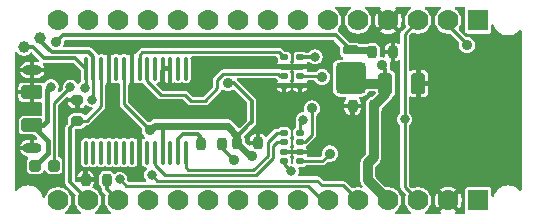
<source format=gbr>
%TF.GenerationSoftware,KiCad,Pcbnew,9.0.1*%
%TF.CreationDate,2025-04-20T22:50:28-04:00*%
%TF.ProjectId,NanoV3.3_Min,4e616e6f-5633-42e3-935f-4d696e2e6b69,rev?*%
%TF.SameCoordinates,Original*%
%TF.FileFunction,Copper,L2,Bot*%
%TF.FilePolarity,Positive*%
%FSLAX46Y46*%
G04 Gerber Fmt 4.6, Leading zero omitted, Abs format (unit mm)*
G04 Created by KiCad (PCBNEW 9.0.1) date 2025-04-20 22:50:28*
%MOMM*%
%LPD*%
G01*
G04 APERTURE LIST*
G04 Aperture macros list*
%AMRoundRect*
0 Rectangle with rounded corners*
0 $1 Rounding radius*
0 $2 $3 $4 $5 $6 $7 $8 $9 X,Y pos of 4 corners*
0 Add a 4 corners polygon primitive as box body*
4,1,4,$2,$3,$4,$5,$6,$7,$8,$9,$2,$3,0*
0 Add four circle primitives for the rounded corners*
1,1,$1+$1,$2,$3*
1,1,$1+$1,$4,$5*
1,1,$1+$1,$6,$7*
1,1,$1+$1,$8,$9*
0 Add four rect primitives between the rounded corners*
20,1,$1+$1,$2,$3,$4,$5,0*
20,1,$1+$1,$4,$5,$6,$7,0*
20,1,$1+$1,$6,$7,$8,$9,0*
20,1,$1+$1,$8,$9,$2,$3,0*%
G04 Aperture macros list end*
%TA.AperFunction,SMDPad,CuDef*%
%ADD10RoundRect,0.500000X-0.000010X-0.000010X0.000010X-0.000010X0.000010X0.000010X-0.000010X0.000010X0*%
%TD*%
%TA.AperFunction,ComponentPad*%
%ADD11O,1.600000X0.900000*%
%TD*%
%TA.AperFunction,SMDPad,CuDef*%
%ADD12RoundRect,0.359360X-0.089840X0.190640X-0.089840X-0.190640X0.089840X-0.190640X0.089840X0.190640X0*%
%TD*%
%TA.AperFunction,SMDPad,CuDef*%
%ADD13RoundRect,0.381000X0.889000X-0.952500X0.889000X0.952500X-0.889000X0.952500X-0.889000X-0.952500X0*%
%TD*%
%TA.AperFunction,SMDPad,CuDef*%
%ADD14RoundRect,0.114300X0.520700X-0.266700X0.520700X0.266700X-0.520700X0.266700X-0.520700X-0.266700X0*%
%TD*%
%TA.AperFunction,ComponentPad*%
%ADD15R,1.778000X1.778000*%
%TD*%
%TA.AperFunction,ComponentPad*%
%ADD16C,1.778000*%
%TD*%
%TA.AperFunction,SMDPad,CuDef*%
%ADD17RoundRect,0.359360X0.089840X-0.190640X0.089840X0.190640X-0.089840X0.190640X-0.089840X-0.190640X0*%
%TD*%
%TA.AperFunction,SMDPad,CuDef*%
%ADD18RoundRect,0.076200X0.248800X-0.173800X0.248800X0.173800X-0.248800X0.173800X-0.248800X-0.173800X0*%
%TD*%
%TA.AperFunction,SMDPad,CuDef*%
%ADD19RoundRect,0.167640X0.721360X-0.391160X0.721360X0.391160X-0.721360X0.391160X-0.721360X-0.391160X0*%
%TD*%
%TA.AperFunction,SMDPad,CuDef*%
%ADD20RoundRect,0.076200X-0.248800X0.173800X-0.248800X-0.173800X0.248800X-0.173800X0.248800X0.173800X0*%
%TD*%
%TA.AperFunction,SMDPad,CuDef*%
%ADD21RoundRect,0.190500X0.000010X0.825500X-0.000010X0.825500X-0.000010X-0.825500X0.000010X-0.825500X0*%
%TD*%
%TA.AperFunction,SMDPad,CuDef*%
%ADD22RoundRect,0.142500X-0.332500X-0.357500X0.332500X-0.357500X0.332500X0.357500X-0.332500X0.357500X0*%
%TD*%
%TA.AperFunction,SMDPad,CuDef*%
%ADD23RoundRect,0.359360X0.190640X0.089840X-0.190640X0.089840X-0.190640X-0.089840X0.190640X-0.089840X0*%
%TD*%
%TA.AperFunction,SMDPad,CuDef*%
%ADD24RoundRect,0.167640X-0.391160X-0.721360X0.391160X-0.721360X0.391160X0.721360X-0.391160X0.721360X0*%
%TD*%
%TA.AperFunction,ViaPad*%
%ADD25C,0.812800*%
%TD*%
%TA.AperFunction,ViaPad*%
%ADD26C,0.800000*%
%TD*%
%TA.AperFunction,ViaPad*%
%ADD27C,0.906400*%
%TD*%
%TA.AperFunction,Conductor*%
%ADD28C,0.304800*%
%TD*%
%TA.AperFunction,Conductor*%
%ADD29C,0.355600*%
%TD*%
%TA.AperFunction,Conductor*%
%ADD30C,0.250000*%
%TD*%
%TA.AperFunction,Conductor*%
%ADD31C,0.254000*%
%TD*%
%TA.AperFunction,Conductor*%
%ADD32C,0.406400*%
%TD*%
%TA.AperFunction,Conductor*%
%ADD33C,0.609600*%
%TD*%
%TA.AperFunction,Conductor*%
%ADD34C,0.812800*%
%TD*%
G04 APERTURE END LIST*
D10*
%TO.P,D+1,X,P$1*%
%TO.N,Net-(D+1-P$1)*%
X126650000Y-96225000D03*
%TD*%
D11*
%TO.P,J3,6,Shield*%
%TO.N,COM*%
X127350000Y-98175000D03*
X127350000Y-104775000D03*
%TD*%
D10*
%TO.P,D-1,X,P$1*%
%TO.N,Net-(D-1-P$1)*%
X128050000Y-95475000D03*
%TD*%
D12*
%TO.P,C4,1,1*%
%TO.N,+5V*%
X144703800Y-104368600D03*
%TO.P,C4,2,2*%
%TO.N,COM*%
X146481800Y-104368600D03*
%TD*%
D13*
%TO.P,D1,1,K*%
%TO.N,+5V*%
X154305000Y-98871000D03*
D14*
%TO.P,D1,2,A*%
%TO.N,VUSB*%
X154305000Y-96521000D03*
%TD*%
D15*
%TO.P,J1,1,1*%
%TO.N,/D1{slash}TX*%
X165100000Y-93980000D03*
D16*
%TO.P,J1,2,2*%
%TO.N,/D0{slash}RX*%
X162560000Y-93980000D03*
%TO.P,J1,3,3*%
%TO.N,/RESET*%
X160020000Y-93980000D03*
%TO.P,J1,4,4*%
%TO.N,COM*%
X157480000Y-93980000D03*
%TO.P,J1,5,5*%
%TO.N,/D2*%
X154940000Y-93980000D03*
%TO.P,J1,6,6*%
%TO.N,/D3*%
X152400000Y-93980000D03*
%TO.P,J1,7,7*%
%TO.N,/D4*%
X149860000Y-93980000D03*
%TO.P,J1,8,8*%
%TO.N,/D5*%
X147320000Y-93980000D03*
%TO.P,J1,9,9*%
%TO.N,/D6*%
X144780000Y-93980000D03*
%TO.P,J1,10,10*%
%TO.N,/D7*%
X142240000Y-93980000D03*
%TO.P,J1,11,11*%
%TO.N,/D8*%
X139700000Y-93980000D03*
%TO.P,J1,12,12*%
%TO.N,/D9*%
X137160000Y-93980000D03*
%TO.P,J1,13,13*%
%TO.N,/D10*%
X134620000Y-93980000D03*
%TO.P,J1,14,14*%
%TO.N,/D11{slash}MOSI*%
X132080000Y-93980000D03*
%TO.P,J1,15,15*%
%TO.N,/D12{slash}MISO*%
X129540000Y-93980000D03*
%TD*%
D17*
%TO.P,C5,1,1*%
%TO.N,/RESET*%
X143433800Y-104444800D03*
%TO.P,C5,2,2*%
%TO.N,Net-(IC2-DTR#)*%
X141655800Y-104444800D03*
%TD*%
D18*
%TO.P,RP2,1,1*%
%TO.N,COM*%
X148677000Y-99498000D03*
%TO.P,RP2,2,1*%
%TO.N,Net-(IC2-CBUS0)*%
X148677000Y-98698000D03*
%TO.P,RP2,3,1*%
%TO.N,COM*%
X148677000Y-97898000D03*
%TO.P,RP2,4,1*%
%TO.N,Net-(IC2-CBUS1)*%
X148677000Y-97098000D03*
%TO.P,RP2,5,2*%
%TO.N,Net-(RP2D-2)*%
X150027000Y-97098000D03*
%TO.P,RP2,6,2*%
%TO.N,COM*%
X150027000Y-97898000D03*
%TO.P,RP2,7,2*%
%TO.N,Net-(RP2B-2)*%
X150027000Y-98698000D03*
%TO.P,RP2,8,2*%
%TO.N,COM*%
X150027000Y-99498000D03*
%TD*%
D12*
%TO.P,C7,1,1*%
%TO.N,VUSB*%
X156133800Y-96647000D03*
%TO.P,C7,2,2*%
%TO.N,COM*%
X157911800Y-96647000D03*
%TD*%
D17*
%TO.P,C1,1,1*%
%TO.N,/AREF*%
X133654000Y-107467400D03*
%TO.P,C1,2,2*%
%TO.N,COM*%
X131876000Y-107467400D03*
%TD*%
D19*
%TO.P,C6,1,+*%
%TO.N,VUSB*%
X127325000Y-102847000D03*
%TO.P,C6,2,-*%
%TO.N,COM*%
X127325000Y-100053000D03*
%TD*%
D15*
%TO.P,J2,1,1*%
%TO.N,+5V*%
X165100000Y-109220000D03*
D16*
%TO.P,J2,2,2*%
%TO.N,COM*%
X162560000Y-109220000D03*
%TO.P,J2,3,3*%
%TO.N,/RESET*%
X160020000Y-109220000D03*
%TO.P,J2,4,4*%
%TO.N,+5V*%
X157480000Y-109220000D03*
%TO.P,J2,5,5*%
%TO.N,/A7*%
X154940000Y-109220000D03*
%TO.P,J2,6,6*%
%TO.N,/A6*%
X152400000Y-109220000D03*
%TO.P,J2,7,7*%
%TO.N,/A5*%
X149860000Y-109220000D03*
%TO.P,J2,8,8*%
%TO.N,/A4*%
X147320000Y-109220000D03*
%TO.P,J2,9,9*%
%TO.N,/A3*%
X144780000Y-109220000D03*
%TO.P,J2,10,10*%
%TO.N,/A2*%
X142240000Y-109220000D03*
%TO.P,J2,11,11*%
%TO.N,/A1*%
X139700000Y-109220000D03*
%TO.P,J2,12,12*%
%TO.N,/A0*%
X137160000Y-109220000D03*
%TO.P,J2,13,13*%
%TO.N,/AREF*%
X134620000Y-109220000D03*
%TO.P,J2,14,14*%
%TO.N,3V3*%
X132080000Y-109220000D03*
%TO.P,J2,15,15*%
%TO.N,/D13{slash}SCK*%
X129540000Y-109220000D03*
%TD*%
D20*
%TO.P,RP1,1,1*%
%TO.N,/D0{slash}RX*%
X150025000Y-103500000D03*
%TO.P,RP1,2,1*%
%TO.N,/D1{slash}TX*%
X150025000Y-104300000D03*
%TO.P,RP1,3,1*%
%TO.N,COM*%
X150025000Y-105100000D03*
%TO.P,RP1,4,1*%
%TO.N,Net-(RP1D-1)*%
X150025000Y-105900000D03*
%TO.P,RP1,5,2*%
%TO.N,+5V*%
X148675000Y-105900000D03*
%TO.P,RP1,6,2*%
%TO.N,COM*%
X148675000Y-105100000D03*
%TO.P,RP1,7,2*%
%TO.N,/TX*%
X148675000Y-104300000D03*
%TO.P,RP1,8,2*%
%TO.N,/RX*%
X148675000Y-103500000D03*
%TD*%
D21*
%TO.P,IC2,1,TXD*%
%TO.N,/RX*%
X140335000Y-105181400D03*
%TO.P,IC2,2,DTR#*%
%TO.N,Net-(IC2-DTR#)*%
X139684800Y-105181400D03*
%TO.P,IC2,3,RTS#*%
%TO.N,unconnected-(IC2-RTS#-Pad3)*%
X139035000Y-105181400D03*
%TO.P,IC2,4,VCCIO*%
%TO.N,+5V*%
X138385000Y-105181400D03*
%TO.P,IC2,5,RXD*%
%TO.N,/TX*%
X137734800Y-105181400D03*
%TO.P,IC2,6,RI#*%
%TO.N,unconnected-(IC2-RI#-Pad6)*%
X137085100Y-105181400D03*
%TO.P,IC2,7,GND1*%
%TO.N,COM*%
X136435300Y-105181400D03*
%TO.P,IC2,8,NC1*%
%TO.N,unconnected-(IC2-NC1-Pad8)*%
X135785100Y-105181400D03*
%TO.P,IC2,9,DSR#*%
%TO.N,unconnected-(IC2-DSR#-Pad9)*%
X135135100Y-105181400D03*
%TO.P,IC2,10,DCD#*%
%TO.N,unconnected-(IC2-DCD#-Pad10)*%
X134484900Y-105181400D03*
%TO.P,IC2,11,CTS#*%
%TO.N,unconnected-(IC2-CTS#-Pad11)*%
X133834600Y-105181400D03*
%TO.P,IC2,12,CBUS4*%
%TO.N,unconnected-(IC2-CBUS4-Pad12)*%
X133184900Y-105181400D03*
%TO.P,IC2,13,CBUS2*%
%TO.N,unconnected-(IC2-CBUS2-Pad13)*%
X132535200Y-105181400D03*
%TO.P,IC2,14,CBUS3*%
%TO.N,unconnected-(IC2-CBUS3-Pad14)*%
X131884900Y-105181400D03*
%TO.P,IC2,15,USBDP*%
%TO.N,Net-(D+1-P$1)*%
X131884900Y-98069400D03*
%TO.P,IC2,16,USBDM*%
%TO.N,Net-(D-1-P$1)*%
X132535200Y-98069400D03*
%TO.P,IC2,17,3V3OUT*%
%TO.N,3V3*%
X133184900Y-98069400D03*
%TO.P,IC2,18,GND2*%
%TO.N,COM*%
X133834600Y-98069400D03*
%TO.P,IC2,19,RESET#*%
%TO.N,unconnected-(IC2-RESET#-Pad19)*%
X134484900Y-98069400D03*
%TO.P,IC2,20,VCC*%
%TO.N,+5V*%
X135135100Y-98069400D03*
%TO.P,IC2,21,GND3*%
%TO.N,COM*%
X135785100Y-98069400D03*
%TO.P,IC2,22,CBUS1*%
%TO.N,Net-(IC2-CBUS1)*%
X136435300Y-98069400D03*
%TO.P,IC2,23,CBUS0*%
%TO.N,Net-(IC2-CBUS0)*%
X137085100Y-98069400D03*
%TO.P,IC2,24,NC2*%
%TO.N,unconnected-(IC2-NC2-Pad24)*%
X137734800Y-98069400D03*
%TO.P,IC2,25,AGND*%
%TO.N,COM*%
X138385000Y-98069400D03*
%TO.P,IC2,26,TEST*%
X139035000Y-98069400D03*
%TO.P,IC2,27,OSCI*%
%TO.N,unconnected-(IC2-OSCI-Pad27)*%
X139685300Y-98069400D03*
%TO.P,IC2,28,OSCO*%
%TO.N,unconnected-(IC2-OSCO-Pad28)*%
X140335000Y-98069400D03*
%TD*%
D22*
%TO.P,F1,1,1*%
%TO.N,VUSB*%
X127600000Y-106275000D03*
%TO.P,F1,2,2*%
%TO.N,Net-(J3-VBUS)*%
X129200000Y-106275000D03*
%TD*%
D23*
%TO.P,C8,1,1*%
%TO.N,COM*%
X131175000Y-100697000D03*
%TO.P,C8,2,2*%
%TO.N,3V3*%
X131175000Y-102475000D03*
%TD*%
D24*
%TO.P,C3,1,+*%
%TO.N,+5V*%
X157251400Y-99339400D03*
%TO.P,C3,2,-*%
%TO.N,COM*%
X160045400Y-99339400D03*
%TD*%
D17*
%TO.P,C2,1,1*%
%TO.N,+5V*%
X156260800Y-101219000D03*
%TO.P,C2,2,2*%
%TO.N,COM*%
X154482800Y-101219000D03*
%TD*%
D25*
%TO.N,COM*%
X152400000Y-96163000D03*
X155925000Y-95475000D03*
X145075000Y-101650000D03*
D26*
X136375000Y-107270600D03*
D27*
%TO.N,/RESET*%
X144430000Y-105790000D03*
D26*
X158875707Y-102337377D03*
%TO.N,Net-(D+1-P$1)*%
X131807331Y-99702342D03*
%TO.N,Net-(D-1-P$1)*%
X132454700Y-100700000D03*
%TO.N,Net-(J3-VBUS)*%
X130576182Y-99618685D03*
D25*
%TO.N,COM*%
X142575000Y-101575000D03*
X132550000Y-103275000D03*
D27*
X141230000Y-99990000D03*
D26*
X158050000Y-103700000D03*
D25*
X149325000Y-100575000D03*
D27*
X141430000Y-97490000D03*
D25*
X157988000Y-106095800D03*
D27*
X139950000Y-101625000D03*
D25*
X134150000Y-100400000D03*
D27*
X143930000Y-97490000D03*
D25*
X152273000Y-97688400D03*
X146750000Y-100575000D03*
X128422400Y-107772200D03*
X133850000Y-96475000D03*
X135100000Y-103175000D03*
D27*
X136525000Y-100875000D03*
D25*
X160020000Y-106349800D03*
X160525000Y-96875000D03*
D27*
%TO.N,+5V*%
X143930000Y-99290000D03*
X156972000Y-97790000D03*
D26*
X155778000Y-106050000D03*
D27*
X137330000Y-103290000D03*
D26*
X149295546Y-106762600D03*
D27*
X145967543Y-105482400D03*
D26*
%TO.N,VUSB*%
X128947102Y-99580697D03*
D27*
X129350000Y-95825000D03*
D25*
%TO.N,/A6*%
X134772400Y-107442000D03*
%TO.N,/A7*%
X137464800Y-107061000D03*
%TO.N,/D0{slash}RX*%
X150300000Y-102375000D03*
D27*
X164150000Y-96075000D03*
%TO.N,/D1{slash}TX*%
X151050000Y-101425000D03*
%TO.N,Net-(RP1D-1)*%
X152550000Y-105250000D03*
%TO.N,Net-(RP2B-2)*%
X151892000Y-98780600D03*
D25*
%TO.N,Net-(RP2D-2)*%
X151307800Y-97053400D03*
%TD*%
D28*
%TO.N,Net-(D+1-P$1)*%
X128350000Y-97175000D02*
X130990500Y-97175000D01*
X130990500Y-97175000D02*
X131884900Y-98069400D01*
X127400000Y-96225000D02*
X128350000Y-97175000D01*
X126650000Y-96225000D02*
X127400000Y-96225000D01*
%TO.N,Net-(D-1-P$1)*%
X132535200Y-97035200D02*
X132535200Y-98069400D01*
X132150000Y-96650000D02*
X132535200Y-97035200D01*
X129000000Y-96650000D02*
X132150000Y-96650000D01*
X128050000Y-95700000D02*
X129000000Y-96650000D01*
X128050000Y-95475000D02*
X128050000Y-95700000D01*
D29*
%TO.N,VUSB*%
X153034000Y-95250000D02*
X154304000Y-96520000D01*
X129925000Y-95250000D02*
X153034000Y-95250000D01*
X129350000Y-95825000D02*
X129925000Y-95250000D01*
D28*
%TO.N,/AREF*%
X133654000Y-107467400D02*
X133654000Y-108254000D01*
X133654000Y-108254000D02*
X134620000Y-109220000D01*
%TO.N,/RESET*%
X143433800Y-104444800D02*
X143433800Y-104793800D01*
X143433800Y-104793800D02*
X144430000Y-105790000D01*
D30*
X158875000Y-102338084D02*
X158875000Y-108075000D01*
X158875707Y-102337377D02*
X158875000Y-102336670D01*
X158875000Y-102336670D02*
X158875000Y-95125000D01*
X158875000Y-108075000D02*
X160020000Y-109220000D01*
X158875000Y-95125000D02*
X160020000Y-93980000D01*
X158875707Y-102337377D02*
X158875000Y-102338084D01*
D28*
%TO.N,Net-(IC2-DTR#)*%
X141351000Y-103632000D02*
X141655800Y-103936800D01*
X139684800Y-104025717D02*
X139684800Y-105181400D01*
X140078517Y-103632000D02*
X139684800Y-104025717D01*
X141351000Y-103632000D02*
X140078517Y-103632000D01*
X141655800Y-103936800D02*
X141655800Y-104444800D01*
D30*
%TO.N,Net-(D+1-P$1)*%
X131807331Y-99702342D02*
X131884900Y-99624773D01*
X131884900Y-99624773D02*
X131884900Y-98069400D01*
%TO.N,Net-(D-1-P$1)*%
X132535200Y-100619500D02*
X132535200Y-98069400D01*
X132454700Y-100700000D02*
X132535200Y-100619500D01*
%TO.N,Net-(J3-VBUS)*%
X129200000Y-100994867D02*
X129200000Y-106275000D01*
X130576182Y-99618685D02*
X129200000Y-100994867D01*
D31*
%TO.N,/RX*%
X147275000Y-104286600D02*
X148062800Y-103498800D01*
X140335000Y-106426000D02*
X140538200Y-106629200D01*
X140335000Y-105181400D02*
X140335000Y-106426000D01*
X148062800Y-103498800D02*
X148677000Y-103498800D01*
X146070800Y-106629200D02*
X147275000Y-105425000D01*
X147275000Y-105425000D02*
X147275000Y-104286600D01*
X140538200Y-106629200D02*
X146070800Y-106629200D01*
%TO.N,/TX*%
X137734800Y-105181400D02*
X137734800Y-106213400D01*
X147732200Y-105614378D02*
X147732200Y-104642800D01*
X138607800Y-107086400D02*
X146260178Y-107086400D01*
X137734800Y-106213400D02*
X138607800Y-107086400D01*
X147732200Y-104642800D02*
X148076200Y-104298800D01*
X146260178Y-107086400D02*
X147732200Y-105614378D01*
X148076200Y-104298800D02*
X148677000Y-104298800D01*
%TO.N,Net-(IC2-CBUS1)*%
X148677000Y-97098000D02*
X148251400Y-96672400D01*
X136677400Y-96672400D02*
X136435300Y-96914500D01*
X148251400Y-96672400D02*
X136677400Y-96672400D01*
X136435300Y-96914500D02*
X136435300Y-98069400D01*
%TO.N,Net-(IC2-CBUS0)*%
X140280000Y-100290000D02*
X138230000Y-100290000D01*
X148658000Y-98679000D02*
X148319000Y-98679000D01*
X137085100Y-99145100D02*
X138230000Y-100290000D01*
X140780000Y-100790000D02*
X140280000Y-100290000D01*
X141980000Y-100790000D02*
X140780000Y-100790000D01*
X148130000Y-98490000D02*
X143530000Y-98490000D01*
X143030000Y-99740000D02*
X143030000Y-98990000D01*
X137085100Y-98069400D02*
X137085100Y-99145100D01*
X141980000Y-100790000D02*
X143030000Y-99740000D01*
X148658000Y-98679000D02*
X148677000Y-98698000D01*
X143030000Y-98990000D02*
X143530000Y-98490000D01*
X148319000Y-98679000D02*
X148130000Y-98490000D01*
D32*
%TO.N,COM*%
X148677000Y-97898000D02*
X150027000Y-97898000D01*
D30*
X148675000Y-105100000D02*
X150025000Y-105100000D01*
D29*
%TO.N,+5V*%
X157251400Y-98069400D02*
X157251400Y-99339400D01*
D33*
X145817600Y-105482400D02*
X144703800Y-104368600D01*
D34*
X154305000Y-98871000D02*
X154773400Y-99339400D01*
X157251400Y-100228400D02*
X156260800Y-101219000D01*
D28*
X145930000Y-102590000D02*
X145930000Y-100790000D01*
D33*
X137723000Y-102897000D02*
X137330000Y-103290000D01*
D28*
X145736400Y-102783600D02*
X145930000Y-102590000D01*
D33*
X144703800Y-103809800D02*
X144703800Y-104368600D01*
D28*
X145730000Y-102783600D02*
X145736400Y-102783600D01*
D34*
X155778000Y-107518000D02*
X157480000Y-109220000D01*
X154773400Y-99339400D02*
X157251400Y-99339400D01*
X155778000Y-106050000D02*
X155778000Y-107518000D01*
D28*
X138384991Y-105181400D02*
X138384991Y-102897000D01*
D33*
X145967543Y-105482400D02*
X145817600Y-105482400D01*
D28*
X145730000Y-102783600D02*
X144703800Y-103809800D01*
X144430000Y-99290000D02*
X143930000Y-99290000D01*
D30*
X148675000Y-105900000D02*
X148675000Y-106142054D01*
D31*
X137330000Y-103290000D02*
X135135100Y-101095100D01*
D33*
X143891000Y-102897000D02*
X137723000Y-102897000D01*
X144703800Y-103809800D02*
X143891000Y-102897000D01*
D34*
X155778000Y-106050000D02*
X156260800Y-105567200D01*
X157251400Y-99339400D02*
X157251400Y-100228400D01*
D29*
X156972000Y-97790000D02*
X157251400Y-98069400D01*
D28*
X145930000Y-100790000D02*
X144430000Y-99290000D01*
D34*
X156260800Y-105567200D02*
X156260800Y-101219000D01*
D31*
X135135100Y-101095100D02*
X135135100Y-98069400D01*
D30*
X148675000Y-106142054D02*
X149295546Y-106762600D01*
D31*
%TO.N,3V3*%
X131975000Y-102475000D02*
X131175000Y-102475000D01*
D28*
X131175000Y-102475000D02*
X130550000Y-103100000D01*
X130550000Y-107675000D02*
X132080000Y-109205000D01*
D31*
X133184900Y-98069400D02*
X133184900Y-101265100D01*
D28*
X130550000Y-103100000D02*
X130550000Y-107675000D01*
X132080000Y-109205000D02*
X132080000Y-109220000D01*
D31*
X133184900Y-101265100D02*
X131975000Y-102475000D01*
D32*
%TO.N,VUSB*%
X128650000Y-105225000D02*
X128650000Y-104172000D01*
X128650000Y-104172000D02*
X127325000Y-102847000D01*
X127441000Y-102870000D02*
X128270000Y-102870000D01*
X128270000Y-102870000D02*
X128620400Y-102519600D01*
X128620400Y-99907399D02*
X128947102Y-99580697D01*
X127600000Y-106275000D02*
X128650000Y-105225000D01*
X128620400Y-102519600D02*
X128620400Y-99907399D01*
D33*
X156007800Y-96521000D02*
X154305000Y-96521000D01*
X156133800Y-96647000D02*
X156007800Y-96521000D01*
D31*
%TO.N,/A6*%
X135331200Y-108000800D02*
X150672800Y-108000800D01*
X152019000Y-108839000D02*
X152400000Y-109220000D01*
X134772400Y-107442000D02*
X135331200Y-108000800D01*
X150672800Y-108000800D02*
X151511000Y-108839000D01*
X151511000Y-108839000D02*
X152019000Y-108839000D01*
%TO.N,/A7*%
X153670000Y-107950000D02*
X154940000Y-109220000D01*
X151485600Y-107543600D02*
X151892000Y-107950000D01*
X151892000Y-107950000D02*
X153670000Y-107950000D01*
X137947400Y-107543600D02*
X137464800Y-107061000D01*
X151485600Y-107543600D02*
X137947400Y-107543600D01*
%TO.N,/D0{slash}RX*%
X164150000Y-95951000D02*
X162560000Y-94361000D01*
X150300000Y-102375000D02*
X150027000Y-102648000D01*
X164150000Y-96075000D02*
X164150000Y-95951000D01*
X162560000Y-94361000D02*
X162560000Y-93980000D01*
X150027000Y-102648000D02*
X150027000Y-103498800D01*
%TO.N,/D1{slash}TX*%
X150412400Y-104298800D02*
X150027000Y-104298800D01*
X151050000Y-103661200D02*
X150412400Y-104298800D01*
X151050000Y-101425000D02*
X151050000Y-103661200D01*
%TO.N,Net-(RP1D-1)*%
X151900000Y-105900000D02*
X150025000Y-105900000D01*
X152550000Y-105250000D02*
X151900000Y-105900000D01*
%TO.N,Net-(RP2B-2)*%
X150027000Y-98698000D02*
X151809400Y-98698000D01*
X151809400Y-98698000D02*
X151892000Y-98780600D01*
D28*
%TO.N,Net-(RP2D-2)*%
X151263200Y-97098000D02*
X151307800Y-97053400D01*
X150027000Y-97098000D02*
X151263200Y-97098000D01*
%TD*%
%TA.AperFunction,Conductor*%
%TO.N,COM*%
G36*
X126044496Y-96642054D02*
G01*
X126066728Y-96668197D01*
X126074189Y-96680292D01*
X126194708Y-96800811D01*
X126339772Y-96890287D01*
X126339773Y-96890287D01*
X126339776Y-96890289D01*
X126416886Y-96915840D01*
X126501560Y-96943898D01*
X126601421Y-96954100D01*
X126698578Y-96954099D01*
X126698579Y-96954098D01*
X126698596Y-96954098D01*
X126798432Y-96943899D01*
X126798433Y-96943898D01*
X126798440Y-96943898D01*
X126921932Y-96902977D01*
X126960223Y-96890289D01*
X126960224Y-96890288D01*
X126960228Y-96890287D01*
X127105292Y-96800811D01*
X127190675Y-96715428D01*
X127246706Y-96684832D01*
X127310384Y-96689387D01*
X127350905Y-96715428D01*
X127926085Y-97290608D01*
X127956681Y-97346639D01*
X127952126Y-97410317D01*
X127913868Y-97461424D01*
X127854053Y-97483734D01*
X127823867Y-97481846D01*
X127769344Y-97471000D01*
X127540500Y-97471000D01*
X127540500Y-97925000D01*
X127159500Y-97925000D01*
X127159500Y-97471000D01*
X126930658Y-97471000D01*
X126794650Y-97498055D01*
X126666531Y-97551123D01*
X126551224Y-97628169D01*
X126453169Y-97726224D01*
X126376123Y-97841531D01*
X126323053Y-97969655D01*
X126320100Y-97984499D01*
X126320101Y-97984500D01*
X126836946Y-97984500D01*
X126788060Y-98033386D01*
X126750000Y-98125272D01*
X126750000Y-98224728D01*
X126788060Y-98316614D01*
X126836946Y-98365500D01*
X126320101Y-98365500D01*
X126323053Y-98380344D01*
X126376123Y-98508468D01*
X126453169Y-98623775D01*
X126551224Y-98721830D01*
X126666531Y-98798876D01*
X126794650Y-98851944D01*
X126930658Y-98878999D01*
X126930665Y-98879000D01*
X127159500Y-98879000D01*
X127159500Y-98425000D01*
X127540500Y-98425000D01*
X127540500Y-98879000D01*
X127769335Y-98879000D01*
X127769341Y-98878999D01*
X127905349Y-98851944D01*
X128033468Y-98798876D01*
X128148775Y-98721830D01*
X128246830Y-98623775D01*
X128323876Y-98508468D01*
X128376946Y-98380344D01*
X128379899Y-98365500D01*
X127863054Y-98365500D01*
X127911940Y-98316614D01*
X127950000Y-98224728D01*
X127950000Y-98125272D01*
X127911940Y-98033386D01*
X127863054Y-97984500D01*
X128379899Y-97984500D01*
X128379899Y-97984499D01*
X128376946Y-97969655D01*
X128323876Y-97841531D01*
X128251188Y-97732746D01*
X128232112Y-97671822D01*
X128249002Y-97610256D01*
X128296496Y-97567595D01*
X128345394Y-97556500D01*
X128400225Y-97556500D01*
X130785547Y-97556500D01*
X130846802Y-97574486D01*
X130865662Y-97589685D01*
X131432115Y-98156138D01*
X131462711Y-98212169D01*
X131465300Y-98236253D01*
X131465300Y-98927920D01*
X131469050Y-98951597D01*
X131480862Y-99026176D01*
X131480864Y-99026182D01*
X131487492Y-99039190D01*
X131499275Y-99101934D01*
X131475266Y-99161088D01*
X131463624Y-99173664D01*
X131456998Y-99179814D01*
X131406303Y-99213688D01*
X131318677Y-99301314D01*
X131306527Y-99319496D01*
X131296788Y-99328538D01*
X131279630Y-99337095D01*
X131264921Y-99349387D01*
X131251638Y-99351055D01*
X131239658Y-99357030D01*
X131220601Y-99354952D01*
X131201578Y-99357342D01*
X131189501Y-99351563D01*
X131176194Y-99350113D01*
X131161284Y-99338062D01*
X131143990Y-99329787D01*
X131127497Y-99310753D01*
X131126543Y-99309982D01*
X131126365Y-99309447D01*
X131125502Y-99308451D01*
X131064836Y-99217657D01*
X130977210Y-99130031D01*
X130977208Y-99130029D01*
X130977205Y-99130027D01*
X130874180Y-99061188D01*
X130874174Y-99061185D01*
X130874175Y-99061185D01*
X130874173Y-99061184D01*
X130820204Y-99038829D01*
X130759688Y-99013762D01*
X130759686Y-99013761D01*
X130638146Y-98989585D01*
X130638143Y-98989585D01*
X130514221Y-98989585D01*
X130514217Y-98989585D01*
X130392677Y-99013761D01*
X130392675Y-99013762D01*
X130278189Y-99061185D01*
X130278183Y-99061188D01*
X130175158Y-99130027D01*
X130175151Y-99130033D01*
X130087530Y-99217654D01*
X130087524Y-99217661D01*
X130018685Y-99320686D01*
X130018682Y-99320692D01*
X129971259Y-99435178D01*
X129971258Y-99435180D01*
X129947082Y-99556720D01*
X129947082Y-99680650D01*
X129947627Y-99686184D01*
X129945402Y-99686403D01*
X129940586Y-99740194D01*
X129915270Y-99778822D01*
X129687597Y-100006496D01*
X129631566Y-100037092D01*
X129567888Y-100032537D01*
X129516781Y-99994279D01*
X129494471Y-99934464D01*
X129502807Y-99883022D01*
X129504600Y-99878691D01*
X129504603Y-99878688D01*
X129552026Y-99764199D01*
X129576202Y-99642658D01*
X129576202Y-99518736D01*
X129552026Y-99397195D01*
X129504603Y-99282706D01*
X129496463Y-99270524D01*
X129435759Y-99179673D01*
X129435753Y-99179666D01*
X129348132Y-99092045D01*
X129348125Y-99092039D01*
X129245100Y-99023200D01*
X129245094Y-99023197D01*
X129245095Y-99023197D01*
X129245093Y-99023196D01*
X129191124Y-99000841D01*
X129130608Y-98975774D01*
X129130606Y-98975773D01*
X129009066Y-98951597D01*
X129009063Y-98951597D01*
X128885141Y-98951597D01*
X128885137Y-98951597D01*
X128763597Y-98975773D01*
X128763595Y-98975774D01*
X128649109Y-99023197D01*
X128649103Y-99023200D01*
X128546078Y-99092039D01*
X128546071Y-99092045D01*
X128458447Y-99179669D01*
X128405256Y-99259276D01*
X128356270Y-99300214D01*
X128292927Y-99308170D01*
X128259615Y-99297280D01*
X128178283Y-99255840D01*
X128178274Y-99255837D01*
X128079542Y-99240200D01*
X127515500Y-99240200D01*
X127515500Y-100865799D01*
X128074800Y-100865799D01*
X128136055Y-100883785D01*
X128177861Y-100932032D01*
X128188100Y-100979099D01*
X128188100Y-101945800D01*
X128170114Y-102007055D01*
X128121867Y-102048861D01*
X128074800Y-102059100D01*
X126572417Y-102059100D01*
X126488521Y-102072388D01*
X126479513Y-102073815D01*
X126479511Y-102073815D01*
X126479508Y-102073817D01*
X126367535Y-102130869D01*
X126278669Y-102219735D01*
X126278668Y-102219737D01*
X126221617Y-102331707D01*
X126221614Y-102331716D01*
X126215858Y-102368059D01*
X126208861Y-102412242D01*
X126206900Y-102424621D01*
X126206900Y-103269382D01*
X126218434Y-103342201D01*
X126221615Y-103362287D01*
X126221616Y-103362290D01*
X126221617Y-103362291D01*
X126261791Y-103441139D01*
X126278670Y-103474265D01*
X126367535Y-103563130D01*
X126479513Y-103620185D01*
X126572419Y-103634900D01*
X127454604Y-103634899D01*
X127515858Y-103652885D01*
X127534719Y-103668084D01*
X127744220Y-103877585D01*
X127774816Y-103933616D01*
X127770261Y-103997294D01*
X127732003Y-104048401D01*
X127672188Y-104070711D01*
X127664105Y-104071000D01*
X127540500Y-104071000D01*
X127540500Y-104525000D01*
X127159500Y-104525000D01*
X127159500Y-104071000D01*
X126930658Y-104071000D01*
X126794650Y-104098055D01*
X126666531Y-104151123D01*
X126551224Y-104228169D01*
X126453169Y-104326224D01*
X126376123Y-104441531D01*
X126323053Y-104569655D01*
X126320100Y-104584499D01*
X126320101Y-104584500D01*
X126836946Y-104584500D01*
X126788060Y-104633386D01*
X126750000Y-104725272D01*
X126750000Y-104824728D01*
X126788060Y-104916614D01*
X126836946Y-104965500D01*
X126320101Y-104965500D01*
X126323053Y-104980344D01*
X126376123Y-105108468D01*
X126453169Y-105223775D01*
X126551224Y-105321830D01*
X126666531Y-105398876D01*
X126794649Y-105451944D01*
X126931134Y-105479093D01*
X126987702Y-105508684D01*
X127019293Y-105564160D01*
X127015876Y-105627909D01*
X126989146Y-105670330D01*
X126960892Y-105698584D01*
X126906423Y-105810003D01*
X126906422Y-105810006D01*
X126895900Y-105882234D01*
X126895900Y-106667758D01*
X126906424Y-106739998D01*
X126960892Y-106851415D01*
X127048585Y-106939108D01*
X127160003Y-106993576D01*
X127160006Y-106993577D01*
X127188694Y-106997756D01*
X127232235Y-107004100D01*
X127967764Y-107004099D01*
X128039997Y-106993576D01*
X128151414Y-106939108D01*
X128239108Y-106851414D01*
X128293576Y-106739997D01*
X128293576Y-106739996D01*
X128297440Y-106732093D01*
X128300060Y-106733374D01*
X128326989Y-106692715D01*
X128385421Y-106666997D01*
X128448480Y-106676952D01*
X128496148Y-106719419D01*
X128502051Y-106732338D01*
X128502559Y-106732091D01*
X128560892Y-106851415D01*
X128648585Y-106939108D01*
X128760003Y-106993576D01*
X128760006Y-106993577D01*
X128788694Y-106997756D01*
X128832235Y-107004100D01*
X129567764Y-107004099D01*
X129639997Y-106993576D01*
X129751414Y-106939108D01*
X129839108Y-106851414D01*
X129893576Y-106739997D01*
X129904100Y-106667765D01*
X129904099Y-105882236D01*
X129893576Y-105810003D01*
X129839108Y-105698586D01*
X129839107Y-105698585D01*
X129839107Y-105698584D01*
X129751414Y-105610891D01*
X129639996Y-105556423D01*
X129633944Y-105554553D01*
X129580732Y-105519281D01*
X129555036Y-105460840D01*
X129554100Y-105446305D01*
X129554100Y-101188469D01*
X129572086Y-101127214D01*
X129587281Y-101108358D01*
X129808139Y-100887500D01*
X130374882Y-100887500D01*
X130416970Y-101032369D01*
X130495861Y-101165763D01*
X130495863Y-101165766D01*
X130605433Y-101275336D01*
X130605436Y-101275338D01*
X130738827Y-101354227D01*
X130887650Y-101397464D01*
X130887646Y-101397464D01*
X130922417Y-101400199D01*
X130984499Y-101400198D01*
X130984500Y-101400198D01*
X130984500Y-100887500D01*
X130374882Y-100887500D01*
X129808139Y-100887500D01*
X130202904Y-100492734D01*
X130258935Y-100462139D01*
X130322613Y-100466694D01*
X130373623Y-100504822D01*
X130374883Y-100506500D01*
X131061700Y-100506500D01*
X131122955Y-100524486D01*
X131164761Y-100572733D01*
X131175000Y-100619800D01*
X131175000Y-100697000D01*
X131252200Y-100697000D01*
X131313455Y-100714986D01*
X131355261Y-100763233D01*
X131365500Y-100810300D01*
X131365500Y-101400199D01*
X131427582Y-101400199D01*
X131462353Y-101397464D01*
X131611173Y-101354226D01*
X131744563Y-101275338D01*
X131744566Y-101275336D01*
X131859182Y-101160721D01*
X131860526Y-101162065D01*
X131904262Y-101130463D01*
X131968008Y-101126983D01*
X132022175Y-101157157D01*
X132053669Y-101188651D01*
X132053676Y-101188657D01*
X132156701Y-101257496D01*
X132156703Y-101257497D01*
X132156709Y-101257501D01*
X132264645Y-101302209D01*
X132265611Y-101302610D01*
X132271198Y-101304924D01*
X132372143Y-101325003D01*
X132428712Y-101354593D01*
X132460303Y-101410070D01*
X132456886Y-101473819D01*
X132430155Y-101516241D01*
X131961611Y-101984785D01*
X131905580Y-102015381D01*
X131841902Y-102010826D01*
X131791610Y-101973643D01*
X131785335Y-101965465D01*
X131662409Y-101871141D01*
X131519259Y-101811846D01*
X131480910Y-101806797D01*
X131404214Y-101796700D01*
X131404212Y-101796700D01*
X130945788Y-101796700D01*
X130945785Y-101796700D01*
X130830741Y-101811846D01*
X130687590Y-101871141D01*
X130564665Y-101965465D01*
X130470341Y-102088390D01*
X130411046Y-102231541D01*
X130395900Y-102346585D01*
X130395900Y-102603419D01*
X130401539Y-102646250D01*
X130401002Y-102649690D01*
X130402219Y-102652953D01*
X130396122Y-102680979D01*
X130391701Y-102709328D01*
X130389173Y-102712921D01*
X130388649Y-102715335D01*
X130369324Y-102741152D01*
X130315753Y-102794723D01*
X130299818Y-102810659D01*
X130299816Y-102810659D01*
X130299817Y-102810660D01*
X130244722Y-102865754D01*
X130194500Y-102952742D01*
X130194499Y-102952746D01*
X130168500Y-103049775D01*
X130168500Y-107725225D01*
X130194499Y-107822254D01*
X130225202Y-107875433D01*
X130244724Y-107909247D01*
X130244728Y-107909251D01*
X131014943Y-108679466D01*
X131045539Y-108735497D01*
X131042583Y-108794592D01*
X130989432Y-108958178D01*
X130989430Y-108958186D01*
X130961900Y-109132005D01*
X130961900Y-109307994D01*
X130989430Y-109481813D01*
X130989431Y-109481819D01*
X130989432Y-109481822D01*
X131043816Y-109649201D01*
X131123715Y-109806012D01*
X131179111Y-109882258D01*
X131227160Y-109948392D01*
X131351607Y-110072839D01*
X131469293Y-110158343D01*
X131508277Y-110208899D01*
X131513740Y-110272505D01*
X131483948Y-110328968D01*
X131428359Y-110360361D01*
X131402698Y-110363305D01*
X130217289Y-110363315D01*
X130156034Y-110345330D01*
X130114227Y-110297082D01*
X130105141Y-110233892D01*
X130131661Y-110175820D01*
X130150687Y-110158357D01*
X130268393Y-110072839D01*
X130392839Y-109948393D01*
X130496285Y-109806012D01*
X130576184Y-109649201D01*
X130630568Y-109481822D01*
X130658100Y-109307996D01*
X130658100Y-109132004D01*
X130630568Y-108958178D01*
X130576184Y-108790799D01*
X130496285Y-108633988D01*
X130392839Y-108491607D01*
X130268393Y-108367161D01*
X130257376Y-108359157D01*
X130190666Y-108310689D01*
X130126012Y-108263715D01*
X129969201Y-108183816D01*
X129801822Y-108129432D01*
X129801819Y-108129431D01*
X129801813Y-108129430D01*
X129684383Y-108110831D01*
X129627996Y-108101900D01*
X129452004Y-108101900D01*
X129413226Y-108108042D01*
X129278186Y-108129430D01*
X129278178Y-108129432D01*
X129110798Y-108183816D01*
X129110794Y-108183818D01*
X128953988Y-108263715D01*
X128811607Y-108367160D01*
X128687160Y-108491607D01*
X128583715Y-108633988D01*
X128503818Y-108790794D01*
X128503816Y-108790798D01*
X128452655Y-108948258D01*
X128416620Y-109000957D01*
X128357815Y-109025808D01*
X128294910Y-109014922D01*
X128247876Y-108971755D01*
X128235461Y-108942571D01*
X128204851Y-108828333D01*
X128193410Y-108785634D01*
X128099852Y-108585000D01*
X127972876Y-108403660D01*
X127816340Y-108247124D01*
X127635000Y-108120148D01*
X127597472Y-108102648D01*
X127434364Y-108026589D01*
X127434360Y-108026588D01*
X127220542Y-107969295D01*
X127220530Y-107969293D01*
X127000000Y-107950000D01*
X126779469Y-107969293D01*
X126779457Y-107969295D01*
X126565639Y-108026588D01*
X126565635Y-108026589D01*
X126365001Y-108120147D01*
X126351744Y-108129430D01*
X126183660Y-108247124D01*
X126183658Y-108247125D01*
X126183655Y-108247128D01*
X126050415Y-108380369D01*
X125994384Y-108410965D01*
X125930706Y-108406410D01*
X125879599Y-108368152D01*
X125857289Y-108308337D01*
X125857000Y-108300254D01*
X125857000Y-100477346D01*
X126182001Y-100477346D01*
X126197638Y-100576078D01*
X126258273Y-100695082D01*
X126352717Y-100789526D01*
X126471719Y-100850160D01*
X126471725Y-100850162D01*
X126570457Y-100865799D01*
X127134499Y-100865799D01*
X127134500Y-100865798D01*
X127134500Y-100243500D01*
X126182001Y-100243500D01*
X126182001Y-100477346D01*
X125857000Y-100477346D01*
X125857000Y-99628657D01*
X126182000Y-99628657D01*
X126182000Y-99862500D01*
X127134500Y-99862500D01*
X127134500Y-99240200D01*
X126570452Y-99240200D01*
X126471721Y-99255838D01*
X126352717Y-99316473D01*
X126258273Y-99410917D01*
X126197639Y-99529919D01*
X126197637Y-99529925D01*
X126182000Y-99628657D01*
X125857000Y-99628657D01*
X125857000Y-96727680D01*
X125874986Y-96666425D01*
X125923233Y-96624619D01*
X125986424Y-96615533D01*
X126044496Y-96642054D01*
G37*
%TD.AperFunction*%
%TA.AperFunction,Conductor*%
G36*
X152879781Y-95674886D02*
G01*
X152898641Y-95690085D01*
X153407715Y-96199159D01*
X153438311Y-96255190D01*
X153440900Y-96279274D01*
X153440900Y-96827924D01*
X153440902Y-96827940D01*
X153447484Y-96877946D01*
X153447484Y-96877947D01*
X153457863Y-96900204D01*
X153498664Y-96987704D01*
X153584296Y-97073336D01*
X153625214Y-97092416D01*
X153673127Y-97134602D01*
X153690627Y-97195997D01*
X153672157Y-97257107D01*
X153623581Y-97298531D01*
X153577332Y-97308400D01*
X153354392Y-97308400D01*
X153319798Y-97311122D01*
X153171773Y-97354127D01*
X153039095Y-97432592D01*
X153039090Y-97432596D01*
X152930096Y-97541590D01*
X152930092Y-97541595D01*
X152851626Y-97674274D01*
X152808621Y-97822300D01*
X152808621Y-97822301D01*
X152805900Y-97856891D01*
X152805900Y-99885108D01*
X152808622Y-99919701D01*
X152851627Y-100067726D01*
X152930092Y-100200404D01*
X152930096Y-100200409D01*
X153039090Y-100309403D01*
X153039095Y-100309407D01*
X153171774Y-100387873D01*
X153319798Y-100430877D01*
X153319801Y-100430878D01*
X153354387Y-100433600D01*
X153846769Y-100433599D01*
X153908021Y-100451585D01*
X153949828Y-100499832D01*
X153958914Y-100563023D01*
X153932394Y-100621095D01*
X153926884Y-100627013D01*
X153904461Y-100649436D01*
X153825572Y-100782827D01*
X153782335Y-100931648D01*
X153779600Y-100966417D01*
X153779600Y-101028500D01*
X155185999Y-101028500D01*
X155185999Y-100966417D01*
X155183264Y-100931646D01*
X155140026Y-100782826D01*
X155061138Y-100649436D01*
X155061136Y-100649433D01*
X155038717Y-100627014D01*
X155008121Y-100570983D01*
X155012676Y-100507305D01*
X155050934Y-100456198D01*
X155110749Y-100433888D01*
X155118829Y-100433599D01*
X155255612Y-100433599D01*
X155290199Y-100430878D01*
X155438226Y-100387872D01*
X155455593Y-100377601D01*
X155570904Y-100309407D01*
X155570905Y-100309406D01*
X155570907Y-100309405D01*
X155679905Y-100200407D01*
X155688650Y-100185621D01*
X155758370Y-100067729D01*
X155758369Y-100067729D01*
X155758372Y-100067726D01*
X155761607Y-100056588D01*
X155795968Y-100002786D01*
X155853964Y-99976100D01*
X155870408Y-99974900D01*
X156332636Y-99974900D01*
X156393891Y-99992886D01*
X156435697Y-100041133D01*
X156444783Y-100104324D01*
X156418262Y-100162396D01*
X156412751Y-100168315D01*
X156169693Y-100411373D01*
X156113662Y-100441969D01*
X156104367Y-100443589D01*
X156017341Y-100455046D01*
X155874190Y-100514341D01*
X155751265Y-100608665D01*
X155656941Y-100731590D01*
X155597646Y-100874741D01*
X155582500Y-100989785D01*
X155582500Y-101448214D01*
X155590154Y-101506351D01*
X155597646Y-101563259D01*
X155616675Y-101609200D01*
X155625300Y-101652556D01*
X155625300Y-105257037D01*
X155607314Y-105318292D01*
X155592115Y-105337152D01*
X155284377Y-105644889D01*
X155284371Y-105644896D01*
X155214829Y-105748972D01*
X155214822Y-105748986D01*
X155166924Y-105864622D01*
X155166922Y-105864628D01*
X155142500Y-105987405D01*
X155142500Y-107580594D01*
X155166922Y-107703371D01*
X155166924Y-107703377D01*
X155214822Y-107819013D01*
X155214829Y-107819027D01*
X155284371Y-107923103D01*
X155284377Y-107923110D01*
X155298493Y-107937226D01*
X155329089Y-107993257D01*
X155324534Y-108056935D01*
X155286276Y-108108042D01*
X155226461Y-108130352D01*
X155200654Y-108129246D01*
X155066774Y-108108042D01*
X155027996Y-108101900D01*
X154852004Y-108101900D01*
X154813226Y-108108042D01*
X154678186Y-108129430D01*
X154678178Y-108129432D01*
X154510797Y-108183816D01*
X154507626Y-108185130D01*
X154444150Y-108191946D01*
X154387066Y-108163364D01*
X154384165Y-108160564D01*
X154160827Y-107937226D01*
X153888651Y-107665049D01*
X153807450Y-107618167D01*
X153716881Y-107593900D01*
X152086431Y-107593900D01*
X152025176Y-107575914D01*
X152006316Y-107560715D01*
X151704252Y-107258650D01*
X151704251Y-107258649D01*
X151623050Y-107211767D01*
X151532481Y-107187500D01*
X149970045Y-107187500D01*
X149908790Y-107169514D01*
X149866984Y-107121267D01*
X149857898Y-107058076D01*
X149865370Y-107030841D01*
X149880805Y-106993577D01*
X149900470Y-106946102D01*
X149924646Y-106824561D01*
X149924646Y-106700639D01*
X149900470Y-106579098D01*
X149882518Y-106535758D01*
X149875693Y-106472284D01*
X149904268Y-106415195D01*
X149959172Y-106382619D01*
X149987193Y-106379099D01*
X150319369Y-106379099D01*
X150319378Y-106379099D01*
X150344909Y-106376138D01*
X150449325Y-106330034D01*
X150490074Y-106289285D01*
X150546105Y-106258689D01*
X150570189Y-106256100D01*
X151946881Y-106256100D01*
X152037450Y-106231833D01*
X152118651Y-106184951D01*
X152346980Y-105956620D01*
X152403008Y-105926027D01*
X152449196Y-105925616D01*
X152466534Y-105929064D01*
X152482792Y-105932299D01*
X152482795Y-105932299D01*
X152482799Y-105932300D01*
X152482802Y-105932300D01*
X152617198Y-105932300D01*
X152617201Y-105932300D01*
X152749019Y-105906079D01*
X152873190Y-105854646D01*
X152984941Y-105779977D01*
X153079977Y-105684941D01*
X153154646Y-105573190D01*
X153206079Y-105449019D01*
X153232300Y-105317201D01*
X153232300Y-105182799D01*
X153206079Y-105050981D01*
X153154646Y-104926810D01*
X153079977Y-104815059D01*
X152984941Y-104720023D01*
X152897654Y-104661700D01*
X152873189Y-104645353D01*
X152749020Y-104593921D01*
X152617202Y-104567700D01*
X152617201Y-104567700D01*
X152482799Y-104567700D01*
X152482797Y-104567700D01*
X152350979Y-104593921D01*
X152226810Y-104645353D01*
X152115057Y-104720024D01*
X152020024Y-104815057D01*
X151945353Y-104926810D01*
X151893921Y-105050979D01*
X151867700Y-105182797D01*
X151867700Y-105317196D01*
X151867701Y-105317209D01*
X151874383Y-105350804D01*
X151873736Y-105358026D01*
X151876271Y-105364821D01*
X151870931Y-105389368D01*
X151868692Y-105414391D01*
X151863897Y-105421707D01*
X151862702Y-105427203D01*
X151843377Y-105453020D01*
X151785682Y-105510715D01*
X151729654Y-105541310D01*
X151705568Y-105543900D01*
X150690031Y-105543900D01*
X150628776Y-105525914D01*
X150586970Y-105477667D01*
X150577884Y-105414476D01*
X150587346Y-105382719D01*
X150597666Y-105360585D01*
X150597668Y-105360579D01*
X150603999Y-105312493D01*
X150604000Y-105312486D01*
X150604000Y-105290500D01*
X149463300Y-105290500D01*
X149463300Y-105384103D01*
X149505732Y-105475102D01*
X149503636Y-105476079D01*
X149519504Y-105523116D01*
X149509940Y-105573381D01*
X149473863Y-105655090D01*
X149473862Y-105655092D01*
X149473861Y-105655094D01*
X149470900Y-105680618D01*
X149470900Y-105680621D01*
X149470900Y-105899330D01*
X149470901Y-106020200D01*
X149468570Y-106028136D01*
X149469748Y-106036324D01*
X149459717Y-106058287D01*
X149452915Y-106081454D01*
X149446663Y-106086870D01*
X149443227Y-106094396D01*
X149422914Y-106107450D01*
X149404668Y-106123261D01*
X149395060Y-106125351D01*
X149389521Y-106128911D01*
X149357601Y-106133500D01*
X149342400Y-106133500D01*
X149281145Y-106115514D01*
X149239339Y-106067267D01*
X149229100Y-106020200D01*
X149229099Y-105680631D01*
X149229099Y-105680622D01*
X149226138Y-105655091D01*
X149190059Y-105573381D01*
X149181771Y-105510082D01*
X149195620Y-105475732D01*
X149194268Y-105475102D01*
X149236700Y-105384103D01*
X149236700Y-105290500D01*
X148788300Y-105290500D01*
X148727045Y-105272514D01*
X148685239Y-105224267D01*
X148675000Y-105177200D01*
X148675000Y-105022800D01*
X148692986Y-104961545D01*
X148741233Y-104919739D01*
X148788300Y-104909500D01*
X149236700Y-104909500D01*
X149236700Y-104815896D01*
X149463300Y-104815896D01*
X149463300Y-104909500D01*
X150604000Y-104909500D01*
X150604000Y-104887513D01*
X150603999Y-104887506D01*
X150597668Y-104839420D01*
X150597667Y-104839417D01*
X150554694Y-104747259D01*
X150545108Y-104684142D01*
X150571167Y-104625862D01*
X150600725Y-104601259D01*
X150631051Y-104583751D01*
X151334951Y-103879851D01*
X151346398Y-103860025D01*
X151381833Y-103798650D01*
X151393156Y-103756392D01*
X151406101Y-103708081D01*
X151406101Y-103614319D01*
X151406100Y-103614315D01*
X151406100Y-102068216D01*
X151424086Y-102006961D01*
X151456453Y-101974011D01*
X151484941Y-101954977D01*
X151579977Y-101859941D01*
X151654646Y-101748190D01*
X151706079Y-101624019D01*
X151732300Y-101492201D01*
X151732300Y-101471582D01*
X153779601Y-101471582D01*
X153782335Y-101506353D01*
X153825573Y-101655173D01*
X153904461Y-101788563D01*
X153904463Y-101788566D01*
X154014033Y-101898136D01*
X154014036Y-101898138D01*
X154147430Y-101977029D01*
X154292299Y-102019117D01*
X154292300Y-102019117D01*
X154673300Y-102019117D01*
X154818169Y-101977029D01*
X154951563Y-101898138D01*
X154951566Y-101898136D01*
X155061136Y-101788566D01*
X155061138Y-101788563D01*
X155140027Y-101655172D01*
X155183264Y-101506351D01*
X155186000Y-101471582D01*
X155186000Y-101409500D01*
X154673300Y-101409500D01*
X154673300Y-102019117D01*
X154292300Y-102019117D01*
X154292300Y-101409500D01*
X153779601Y-101409500D01*
X153779601Y-101471582D01*
X151732300Y-101471582D01*
X151732300Y-101357799D01*
X151706079Y-101225981D01*
X151654646Y-101101810D01*
X151579977Y-100990059D01*
X151484941Y-100895023D01*
X151373190Y-100820354D01*
X151373191Y-100820354D01*
X151373189Y-100820353D01*
X151249020Y-100768921D01*
X151117202Y-100742700D01*
X151117201Y-100742700D01*
X150982799Y-100742700D01*
X150982797Y-100742700D01*
X150850979Y-100768921D01*
X150726810Y-100820353D01*
X150615057Y-100895024D01*
X150520024Y-100990057D01*
X150445353Y-101101810D01*
X150393921Y-101225979D01*
X150367700Y-101357797D01*
X150367700Y-101492204D01*
X150389958Y-101604096D01*
X150384268Y-101667682D01*
X150345104Y-101718098D01*
X150284900Y-101739338D01*
X150278835Y-101739500D01*
X150237405Y-101739500D01*
X150114628Y-101763922D01*
X150114622Y-101763924D01*
X149998986Y-101811822D01*
X149998972Y-101811829D01*
X149894896Y-101881371D01*
X149894889Y-101881377D01*
X149806377Y-101969889D01*
X149806371Y-101969896D01*
X149736829Y-102073972D01*
X149736822Y-102073986D01*
X149688924Y-102189622D01*
X149688922Y-102189628D01*
X149664500Y-102312405D01*
X149664500Y-102437596D01*
X149680741Y-102519243D01*
X149679058Y-102570667D01*
X149670900Y-102601116D01*
X149670900Y-102965132D01*
X149652914Y-103026387D01*
X149604667Y-103068193D01*
X149603369Y-103068776D01*
X149600677Y-103069964D01*
X149600674Y-103069966D01*
X149519964Y-103150677D01*
X149473862Y-103255089D01*
X149473861Y-103255094D01*
X149470900Y-103280618D01*
X149470900Y-103719368D01*
X149470901Y-103719378D01*
X149473861Y-103744908D01*
X149522134Y-103854237D01*
X149526189Y-103885211D01*
X149530634Y-103916125D01*
X149530361Y-103917075D01*
X149530422Y-103917537D01*
X149529930Y-103918578D01*
X149522134Y-103945763D01*
X149504872Y-103984860D01*
X149473863Y-104055090D01*
X149473862Y-104055092D01*
X149473861Y-104055094D01*
X149470900Y-104080618D01*
X149470900Y-104519368D01*
X149470901Y-104519378D01*
X149473862Y-104544909D01*
X149509939Y-104626617D01*
X149518228Y-104689917D01*
X149504382Y-104724269D01*
X149505732Y-104724899D01*
X149463300Y-104815896D01*
X149236700Y-104815896D01*
X149194268Y-104724899D01*
X149196362Y-104723922D01*
X149180495Y-104676875D01*
X149190058Y-104626620D01*
X149226138Y-104544909D01*
X149229100Y-104519379D01*
X149229099Y-104080622D01*
X149226138Y-104055091D01*
X149195128Y-103984860D01*
X149177866Y-103945763D01*
X149173814Y-103914821D01*
X149169365Y-103883874D01*
X149169673Y-103883198D01*
X149169577Y-103882462D01*
X149177866Y-103854235D01*
X149194346Y-103816911D01*
X149226138Y-103744909D01*
X149229100Y-103719379D01*
X149229099Y-103280622D01*
X149226138Y-103255091D01*
X149180034Y-103150675D01*
X149099325Y-103069966D01*
X149099322Y-103069964D01*
X148994910Y-103023862D01*
X148994905Y-103023861D01*
X148973920Y-103021426D01*
X148969379Y-103020900D01*
X148969378Y-103020900D01*
X148380631Y-103020900D01*
X148380621Y-103020901D01*
X148355090Y-103023862D01*
X148250678Y-103069964D01*
X148250674Y-103069966D01*
X148211126Y-103109515D01*
X148155095Y-103140111D01*
X148131011Y-103142700D01*
X148015919Y-103142700D01*
X147925349Y-103166967D01*
X147844150Y-103213848D01*
X147844147Y-103213850D01*
X147777847Y-103280151D01*
X147237309Y-103820686D01*
X147181277Y-103851282D01*
X147117599Y-103846727D01*
X147066492Y-103808469D01*
X147060571Y-103799593D01*
X147060139Y-103799036D01*
X146950566Y-103689463D01*
X146950563Y-103689461D01*
X146817170Y-103610572D01*
X146672300Y-103568482D01*
X146672300Y-104255300D01*
X146654314Y-104316555D01*
X146606067Y-104358361D01*
X146559000Y-104368600D01*
X146481800Y-104368600D01*
X146481800Y-104445800D01*
X146463814Y-104507055D01*
X146415567Y-104548861D01*
X146368500Y-104559100D01*
X145765723Y-104559100D01*
X145738055Y-104574207D01*
X145674377Y-104569651D01*
X145633860Y-104543611D01*
X145415285Y-104325036D01*
X145402324Y-104301299D01*
X145387290Y-104278819D01*
X145386215Y-104271798D01*
X145384689Y-104269004D01*
X145382119Y-104246988D01*
X145382100Y-104245947D01*
X145382100Y-104139388D01*
X145379023Y-104116017D01*
X145778600Y-104116017D01*
X145778600Y-104178100D01*
X146291300Y-104178100D01*
X146291300Y-103568482D01*
X146146429Y-103610572D01*
X146013036Y-103689461D01*
X146013033Y-103689463D01*
X145903463Y-103799033D01*
X145903461Y-103799036D01*
X145824572Y-103932427D01*
X145781335Y-104081248D01*
X145778600Y-104116017D01*
X145379023Y-104116017D01*
X145366954Y-104024341D01*
X145307659Y-103881191D01*
X145307658Y-103881190D01*
X145307657Y-103881187D01*
X145303947Y-103874761D01*
X145305583Y-103873816D01*
X145286197Y-103823686D01*
X145299018Y-103761146D01*
X145318985Y-103734136D01*
X145944957Y-103108164D01*
X145968428Y-103090157D01*
X145970647Y-103088876D01*
X146041676Y-103017847D01*
X146235276Y-102824247D01*
X146285502Y-102737253D01*
X146311501Y-102640225D01*
X146311501Y-102539775D01*
X146311501Y-102532836D01*
X146311500Y-102532818D01*
X146311500Y-100739775D01*
X146299524Y-100695082D01*
X146285501Y-100642746D01*
X146284720Y-100641394D01*
X146264272Y-100605977D01*
X146235276Y-100555753D01*
X146164247Y-100484724D01*
X146160295Y-100480772D01*
X146160284Y-100480762D01*
X145401208Y-99721685D01*
X145390016Y-99710493D01*
X148098000Y-99710493D01*
X148104331Y-99758579D01*
X148104332Y-99758582D01*
X148153542Y-99864115D01*
X148153543Y-99864117D01*
X148235882Y-99946456D01*
X148235884Y-99946457D01*
X148341417Y-99995667D01*
X148341420Y-99995668D01*
X148389506Y-100001999D01*
X148389514Y-100002000D01*
X148486500Y-100002000D01*
X148867500Y-100002000D01*
X148964486Y-100002000D01*
X148964493Y-100001999D01*
X149012579Y-99995668D01*
X149012582Y-99995667D01*
X149118115Y-99946457D01*
X149118117Y-99946456D01*
X149200456Y-99864117D01*
X149200459Y-99864113D01*
X149238700Y-99782103D01*
X149465300Y-99782103D01*
X149503540Y-99864113D01*
X149503543Y-99864117D01*
X149585882Y-99946456D01*
X149585884Y-99946457D01*
X149691417Y-99995667D01*
X149691420Y-99995668D01*
X149739506Y-100001999D01*
X149739514Y-100002000D01*
X149836500Y-100002000D01*
X150217500Y-100002000D01*
X150314486Y-100002000D01*
X150314493Y-100001999D01*
X150362579Y-99995668D01*
X150362582Y-99995667D01*
X150468115Y-99946457D01*
X150468117Y-99946456D01*
X150550456Y-99864117D01*
X150550457Y-99864115D01*
X150599667Y-99758582D01*
X150599668Y-99758579D01*
X150605999Y-99710493D01*
X150606000Y-99710486D01*
X150606000Y-99688500D01*
X150217500Y-99688500D01*
X150217500Y-100002000D01*
X149836500Y-100002000D01*
X149836500Y-99688500D01*
X149465300Y-99688500D01*
X149465300Y-99782103D01*
X149238700Y-99782103D01*
X149238700Y-99688500D01*
X148867500Y-99688500D01*
X148867500Y-100002000D01*
X148486500Y-100002000D01*
X148486500Y-99688500D01*
X148098000Y-99688500D01*
X148098000Y-99710493D01*
X145390016Y-99710493D01*
X144719038Y-99039515D01*
X144688442Y-98983484D01*
X144692997Y-98919806D01*
X144731255Y-98868699D01*
X144791070Y-98846389D01*
X144799153Y-98846100D01*
X147935568Y-98846100D01*
X147962472Y-98853999D01*
X147989867Y-98859959D01*
X147994448Y-98863388D01*
X147996823Y-98864086D01*
X148015683Y-98879285D01*
X148100350Y-98963952D01*
X148114885Y-98972344D01*
X148158940Y-99018548D01*
X148171021Y-99081235D01*
X148155974Y-99122079D01*
X148157732Y-99122899D01*
X148104332Y-99237417D01*
X148104331Y-99237420D01*
X148098000Y-99285506D01*
X148098000Y-99307500D01*
X149238700Y-99307500D01*
X149238700Y-99213896D01*
X149196268Y-99122899D01*
X149198362Y-99121922D01*
X149182495Y-99074875D01*
X149192058Y-99024620D01*
X149228138Y-98942909D01*
X149231100Y-98917379D01*
X149231099Y-98478622D01*
X149228138Y-98453091D01*
X149192059Y-98371381D01*
X149183771Y-98308082D01*
X149197620Y-98273732D01*
X149196268Y-98273102D01*
X149238700Y-98182103D01*
X149465300Y-98182103D01*
X149507732Y-98273102D01*
X149505636Y-98274079D01*
X149521504Y-98321116D01*
X149511940Y-98371381D01*
X149475863Y-98453090D01*
X149475862Y-98453092D01*
X149475861Y-98453094D01*
X149472900Y-98478618D01*
X149472900Y-98917368D01*
X149472901Y-98917378D01*
X149475862Y-98942909D01*
X149511939Y-99024617D01*
X149520228Y-99087917D01*
X149506382Y-99122269D01*
X149507732Y-99122899D01*
X149465300Y-99213896D01*
X149465300Y-99307500D01*
X150606000Y-99307500D01*
X150606000Y-99285513D01*
X150605999Y-99285506D01*
X150599668Y-99237420D01*
X150599666Y-99237414D01*
X150589346Y-99215281D01*
X150579760Y-99152165D01*
X150605820Y-99093885D01*
X150659251Y-99058946D01*
X150692031Y-99054100D01*
X151193592Y-99054100D01*
X151254847Y-99072086D01*
X151287797Y-99104453D01*
X151362023Y-99215541D01*
X151457059Y-99310577D01*
X151568810Y-99385246D01*
X151692981Y-99436679D01*
X151824799Y-99462900D01*
X151824802Y-99462900D01*
X151959198Y-99462900D01*
X151959201Y-99462900D01*
X152091019Y-99436679D01*
X152215190Y-99385246D01*
X152326941Y-99310577D01*
X152421977Y-99215541D01*
X152496646Y-99103790D01*
X152548079Y-98979619D01*
X152574300Y-98847801D01*
X152574300Y-98713399D01*
X152548079Y-98581581D01*
X152496646Y-98457410D01*
X152421977Y-98345659D01*
X152326941Y-98250623D01*
X152271065Y-98213288D01*
X152215189Y-98175953D01*
X152091020Y-98124521D01*
X151959202Y-98098300D01*
X151959201Y-98098300D01*
X151824799Y-98098300D01*
X151824797Y-98098300D01*
X151692979Y-98124521D01*
X151568810Y-98175953D01*
X151457057Y-98250624D01*
X151457056Y-98250625D01*
X151398967Y-98308715D01*
X151342936Y-98339311D01*
X151318852Y-98341900D01*
X150692031Y-98341900D01*
X150630776Y-98323914D01*
X150588970Y-98275667D01*
X150579884Y-98212476D01*
X150589346Y-98180719D01*
X150599666Y-98158585D01*
X150599668Y-98158579D01*
X150605999Y-98110493D01*
X150606000Y-98110486D01*
X150606000Y-98088500D01*
X149465300Y-98088500D01*
X149465300Y-98182103D01*
X149238700Y-98182103D01*
X149238700Y-98088500D01*
X148098000Y-98088500D01*
X148085785Y-98100715D01*
X148029754Y-98131311D01*
X148005670Y-98133900D01*
X143583837Y-98133900D01*
X143583821Y-98133899D01*
X143576881Y-98133899D01*
X143483119Y-98133899D01*
X143411689Y-98153038D01*
X143411686Y-98153038D01*
X143392551Y-98158166D01*
X143392545Y-98158169D01*
X143311350Y-98205048D01*
X143311347Y-98205050D01*
X142745050Y-98771347D01*
X142745048Y-98771350D01*
X142698167Y-98852549D01*
X142673900Y-98943118D01*
X142673900Y-99545568D01*
X142655914Y-99606823D01*
X142640715Y-99625683D01*
X141865683Y-100400715D01*
X141809652Y-100431311D01*
X141785568Y-100433900D01*
X140974432Y-100433900D01*
X140913177Y-100415914D01*
X140894317Y-100400715D01*
X140498652Y-100005050D01*
X140498651Y-100005049D01*
X140417450Y-99958167D01*
X140326881Y-99933900D01*
X138424432Y-99933900D01*
X138363177Y-99915914D01*
X138344317Y-99900715D01*
X137894508Y-99450906D01*
X137882189Y-99428347D01*
X137867379Y-99407338D01*
X137867094Y-99400703D01*
X137863912Y-99394875D01*
X137865745Y-99369238D01*
X137864645Y-99343556D01*
X137867993Y-99337819D01*
X137868467Y-99331197D01*
X137883868Y-99310623D01*
X137896828Y-99288421D01*
X137904578Y-99282957D01*
X137906725Y-99280090D01*
X137923183Y-99269841D01*
X137984509Y-99238595D01*
X137984510Y-99238593D01*
X137991718Y-99234921D01*
X138054461Y-99223138D01*
X138110434Y-99244711D01*
X138174954Y-99292328D01*
X138194500Y-99299167D01*
X138575500Y-99299167D01*
X138595043Y-99292329D01*
X138642720Y-99257143D01*
X138702686Y-99235240D01*
X138764974Y-99249235D01*
X138777280Y-99257143D01*
X138824956Y-99292329D01*
X138844499Y-99299167D01*
X138844500Y-99299167D01*
X138844500Y-98259900D01*
X138575500Y-98259900D01*
X138575500Y-99299167D01*
X138194500Y-99299167D01*
X138194500Y-98182700D01*
X138212486Y-98121445D01*
X138260733Y-98079639D01*
X138307800Y-98069400D01*
X138385000Y-98069400D01*
X138385000Y-97992200D01*
X138402986Y-97930945D01*
X138451233Y-97889139D01*
X138498300Y-97878900D01*
X138921700Y-97878900D01*
X138982955Y-97896886D01*
X139024761Y-97945133D01*
X139035000Y-97992200D01*
X139035000Y-98069400D01*
X139112200Y-98069400D01*
X139173455Y-98087386D01*
X139215261Y-98135633D01*
X139225500Y-98182700D01*
X139225500Y-99299167D01*
X139245043Y-99292329D01*
X139309605Y-99244681D01*
X139369571Y-99222778D01*
X139428322Y-99234891D01*
X139435590Y-99238594D01*
X139435591Y-99238595D01*
X139554020Y-99298937D01*
X139652280Y-99314500D01*
X139652283Y-99314500D01*
X139718317Y-99314500D01*
X139718320Y-99314500D01*
X139816580Y-99298937D01*
X139935009Y-99238595D01*
X139935011Y-99238592D01*
X139942221Y-99233355D01*
X139944072Y-99235903D01*
X139986066Y-99212973D01*
X140049744Y-99217528D01*
X140076898Y-99234979D01*
X140078079Y-99233355D01*
X140085291Y-99238595D01*
X140203720Y-99298937D01*
X140301980Y-99314500D01*
X140301983Y-99314500D01*
X140368017Y-99314500D01*
X140368020Y-99314500D01*
X140466280Y-99298937D01*
X140584709Y-99238595D01*
X140678695Y-99144609D01*
X140739037Y-99026180D01*
X140754600Y-98927920D01*
X140754600Y-97210880D01*
X140746466Y-97159523D01*
X140754648Y-97096209D01*
X140795762Y-97047370D01*
X140856754Y-97028512D01*
X140858371Y-97028500D01*
X148009600Y-97028500D01*
X148070855Y-97046486D01*
X148112661Y-97094733D01*
X148122900Y-97141799D01*
X148122900Y-97317368D01*
X148122901Y-97317378D01*
X148125862Y-97342909D01*
X148161939Y-97424617D01*
X148170228Y-97487917D01*
X148156382Y-97522269D01*
X148157732Y-97522899D01*
X148104332Y-97637417D01*
X148104331Y-97637420D01*
X148098000Y-97685506D01*
X148098000Y-97707500D01*
X149238700Y-97707500D01*
X149238700Y-97613896D01*
X149465300Y-97613896D01*
X149465300Y-97707500D01*
X150606000Y-97707500D01*
X150606000Y-97685513D01*
X150605999Y-97685506D01*
X150599668Y-97637420D01*
X150597243Y-97629099D01*
X150599184Y-97628533D01*
X150596340Y-97608757D01*
X150591604Y-97577562D01*
X150591794Y-97577136D01*
X150591728Y-97576676D01*
X150604816Y-97548015D01*
X150617666Y-97519283D01*
X150618055Y-97519028D01*
X150618249Y-97518604D01*
X150644778Y-97501554D01*
X150671097Y-97484345D01*
X150671693Y-97484256D01*
X150671955Y-97484089D01*
X150703875Y-97479500D01*
X150788237Y-97479500D01*
X150849492Y-97497486D01*
X150868352Y-97512685D01*
X150902689Y-97547022D01*
X150902696Y-97547028D01*
X151006772Y-97616570D01*
X151006786Y-97616577D01*
X151122422Y-97664475D01*
X151122428Y-97664477D01*
X151122429Y-97664477D01*
X151122431Y-97664478D01*
X151245209Y-97688900D01*
X151245212Y-97688900D01*
X151370388Y-97688900D01*
X151370391Y-97688900D01*
X151493169Y-97664478D01*
X151493173Y-97664476D01*
X151493177Y-97664475D01*
X151608813Y-97616577D01*
X151608816Y-97616575D01*
X151608822Y-97616573D01*
X151608824Y-97616571D01*
X151608827Y-97616570D01*
X151667844Y-97577136D01*
X151712908Y-97547025D01*
X151801425Y-97458508D01*
X151867698Y-97359324D01*
X151870970Y-97354427D01*
X151870971Y-97354424D01*
X151870973Y-97354422D01*
X151871095Y-97354127D01*
X151918875Y-97238777D01*
X151918877Y-97238771D01*
X151918876Y-97238771D01*
X151918878Y-97238769D01*
X151943300Y-97115991D01*
X151943300Y-96990809D01*
X151918878Y-96868031D01*
X151918877Y-96868028D01*
X151918875Y-96868022D01*
X151870977Y-96752386D01*
X151870970Y-96752372D01*
X151801428Y-96648296D01*
X151801422Y-96648289D01*
X151712910Y-96559777D01*
X151712903Y-96559771D01*
X151608827Y-96490229D01*
X151608813Y-96490222D01*
X151493177Y-96442324D01*
X151493171Y-96442322D01*
X151370394Y-96417900D01*
X151370391Y-96417900D01*
X151245209Y-96417900D01*
X151245205Y-96417900D01*
X151122428Y-96442322D01*
X151122422Y-96442324D01*
X151006786Y-96490222D01*
X151006772Y-96490229D01*
X150902696Y-96559771D01*
X150902689Y-96559777D01*
X150814177Y-96648289D01*
X150814171Y-96648296D01*
X150802245Y-96666146D01*
X150796679Y-96670797D01*
X150793666Y-96677396D01*
X150772531Y-96690978D01*
X150753259Y-96707085D01*
X150744694Y-96708868D01*
X150739960Y-96711911D01*
X150708040Y-96716500D01*
X150546789Y-96716500D01*
X150485534Y-96698514D01*
X150466674Y-96683315D01*
X150451325Y-96667966D01*
X150451322Y-96667964D01*
X150346910Y-96621862D01*
X150346905Y-96621861D01*
X150325920Y-96619426D01*
X150321379Y-96618900D01*
X150321378Y-96618900D01*
X149732631Y-96618900D01*
X149732621Y-96618901D01*
X149707090Y-96621862D01*
X149602678Y-96667964D01*
X149602674Y-96667966D01*
X149521966Y-96748674D01*
X149521964Y-96748677D01*
X149475862Y-96853089D01*
X149475861Y-96853094D01*
X149472900Y-96878618D01*
X149472900Y-97317368D01*
X149472901Y-97317378D01*
X149475862Y-97342909D01*
X149511939Y-97424617D01*
X149520228Y-97487917D01*
X149506382Y-97522269D01*
X149507732Y-97522899D01*
X149465300Y-97613896D01*
X149238700Y-97613896D01*
X149196268Y-97522899D01*
X149198362Y-97521922D01*
X149182495Y-97474875D01*
X149192058Y-97424620D01*
X149228138Y-97342909D01*
X149231100Y-97317379D01*
X149231099Y-96878622D01*
X149228138Y-96853091D01*
X149182034Y-96748675D01*
X149101325Y-96667966D01*
X149101322Y-96667964D01*
X148996910Y-96621862D01*
X148996905Y-96621861D01*
X148971382Y-96618900D01*
X148971379Y-96618900D01*
X148748431Y-96618900D01*
X148687176Y-96600914D01*
X148668316Y-96585715D01*
X148572830Y-96490229D01*
X148470051Y-96387449D01*
X148388850Y-96340567D01*
X148298281Y-96316300D01*
X136724281Y-96316300D01*
X136630519Y-96316300D01*
X136539949Y-96340567D01*
X136458750Y-96387448D01*
X136458747Y-96387450D01*
X136150350Y-96695847D01*
X136150348Y-96695850D01*
X136099753Y-96783482D01*
X136097360Y-96782100D01*
X136065526Y-96821566D01*
X136004943Y-96841698D01*
X135978375Y-96837663D01*
X135975600Y-96839632D01*
X135975600Y-99299167D01*
X135995143Y-99292329D01*
X136059664Y-99244711D01*
X136119630Y-99222808D01*
X136178381Y-99234921D01*
X136185590Y-99238594D01*
X136185591Y-99238595D01*
X136304020Y-99298937D01*
X136402280Y-99314500D01*
X136402283Y-99314500D01*
X136468317Y-99314500D01*
X136468320Y-99314500D01*
X136566580Y-99298937D01*
X136622344Y-99270523D01*
X136685086Y-99258741D01*
X136744240Y-99282749D01*
X136771900Y-99314824D01*
X136800147Y-99363749D01*
X136800149Y-99363751D01*
X138011349Y-100574951D01*
X138092550Y-100621833D01*
X138183119Y-100646100D01*
X138276881Y-100646100D01*
X140085568Y-100646100D01*
X140146823Y-100664086D01*
X140165683Y-100679285D01*
X140495049Y-101008651D01*
X140561349Y-101074951D01*
X140642550Y-101121833D01*
X140661689Y-101126961D01*
X140733119Y-101146101D01*
X140826881Y-101146101D01*
X140826885Y-101146100D01*
X141933119Y-101146100D01*
X142026881Y-101146100D01*
X142117450Y-101121833D01*
X142198651Y-101074951D01*
X143239322Y-100034277D01*
X143239327Y-100034274D01*
X143248649Y-100024951D01*
X143248651Y-100024951D01*
X143314951Y-99958651D01*
X143361833Y-99877450D01*
X143361833Y-99877447D01*
X143362380Y-99876501D01*
X143408584Y-99832446D01*
X143471271Y-99820364D01*
X143523446Y-99838944D01*
X143606810Y-99894646D01*
X143730981Y-99946079D01*
X143862799Y-99972300D01*
X143862802Y-99972300D01*
X143997198Y-99972300D01*
X143997201Y-99972300D01*
X144129019Y-99946079D01*
X144253190Y-99894646D01*
X144253193Y-99894643D01*
X144253195Y-99894643D01*
X144320906Y-99849400D01*
X144381829Y-99830323D01*
X144443395Y-99847213D01*
X144463967Y-99863490D01*
X145515315Y-100914837D01*
X145545911Y-100970868D01*
X145548500Y-100994952D01*
X145548500Y-102382456D01*
X145530514Y-102443711D01*
X145500507Y-102472330D01*
X145501640Y-102473807D01*
X145495750Y-102478325D01*
X144912721Y-103061354D01*
X144856690Y-103091950D01*
X144793012Y-103087395D01*
X144747990Y-103056585D01*
X144333765Y-102591398D01*
X144326056Y-102582741D01*
X144318226Y-102569178D01*
X144279460Y-102530412D01*
X144277280Y-102527964D01*
X144277279Y-102527962D01*
X144242991Y-102489455D01*
X144242992Y-102489455D01*
X144239581Y-102487213D01*
X144239581Y-102487214D01*
X144229896Y-102480848D01*
X144218822Y-102469774D01*
X144171339Y-102442359D01*
X144168601Y-102440559D01*
X144168600Y-102440558D01*
X144125520Y-102412242D01*
X144125510Y-102412237D01*
X144121651Y-102410960D01*
X144121648Y-102410959D01*
X144110642Y-102407315D01*
X144097078Y-102399484D01*
X144044126Y-102385295D01*
X144041004Y-102384262D01*
X143992059Y-102368060D01*
X143992056Y-102368059D01*
X143987978Y-102367823D01*
X143965231Y-102364156D01*
X143961289Y-102363100D01*
X143906453Y-102363100D01*
X143851717Y-102359928D01*
X143836377Y-102363100D01*
X137793289Y-102363100D01*
X137652711Y-102363100D01*
X137516924Y-102399483D01*
X137516916Y-102399486D01*
X137395180Y-102469772D01*
X137395178Y-102469774D01*
X137284389Y-102580561D01*
X137228359Y-102611156D01*
X137164681Y-102606601D01*
X137124161Y-102580560D01*
X135524385Y-100980783D01*
X135493789Y-100924752D01*
X135491200Y-100900668D01*
X135491200Y-99422665D01*
X135509186Y-99361410D01*
X135557433Y-99319604D01*
X135567923Y-99318095D01*
X135594600Y-99299167D01*
X135594600Y-96839632D01*
X135575047Y-96846474D01*
X135510616Y-96894027D01*
X135450651Y-96915930D01*
X135391901Y-96903818D01*
X135266380Y-96839863D01*
X135266376Y-96839862D01*
X135223591Y-96833085D01*
X135168120Y-96824300D01*
X135102080Y-96824300D01*
X135055394Y-96831694D01*
X135003823Y-96839862D01*
X135003817Y-96839864D01*
X134885391Y-96900204D01*
X134878179Y-96905445D01*
X134876386Y-96902977D01*
X134834084Y-96926077D01*
X134770406Y-96921522D01*
X134742956Y-96903881D01*
X134741821Y-96905445D01*
X134734608Y-96900204D01*
X134616182Y-96839864D01*
X134616181Y-96839863D01*
X134616180Y-96839863D01*
X134616178Y-96839862D01*
X134616176Y-96839862D01*
X134573391Y-96833085D01*
X134517920Y-96824300D01*
X134451880Y-96824300D01*
X134405194Y-96831694D01*
X134353623Y-96839862D01*
X134353619Y-96839863D01*
X134227921Y-96903909D01*
X134165177Y-96915691D01*
X134109205Y-96894118D01*
X134044649Y-96846473D01*
X134025100Y-96839632D01*
X134025100Y-99299167D01*
X134044643Y-99292329D01*
X134109205Y-99244681D01*
X134169171Y-99222778D01*
X134227922Y-99234891D01*
X134235190Y-99238594D01*
X134235191Y-99238595D01*
X134353620Y-99298937D01*
X134451880Y-99314500D01*
X134451883Y-99314500D01*
X134517917Y-99314500D01*
X134517920Y-99314500D01*
X134616180Y-99298937D01*
X134616187Y-99298933D01*
X134624660Y-99296181D01*
X134625205Y-99297859D01*
X134676998Y-99288129D01*
X134736154Y-99312133D01*
X134772941Y-99364309D01*
X134779000Y-99400864D01*
X134779000Y-101048219D01*
X134779000Y-101141981D01*
X134803267Y-101232550D01*
X134850149Y-101313751D01*
X135756135Y-102219737D01*
X136623376Y-103086977D01*
X136653972Y-103143008D01*
X136654384Y-103189196D01*
X136647700Y-103222795D01*
X136647700Y-103357202D01*
X136673921Y-103489020D01*
X136725353Y-103613189D01*
X136730026Y-103620182D01*
X136797016Y-103720441D01*
X136800024Y-103724942D01*
X136891993Y-103816911D01*
X136904311Y-103839469D01*
X136919123Y-103860481D01*
X136919407Y-103867115D01*
X136922589Y-103872942D01*
X136920754Y-103898581D01*
X136921855Y-103924264D01*
X136918507Y-103929998D01*
X136918034Y-103936620D01*
X136902631Y-103957195D01*
X136889671Y-103979398D01*
X136881921Y-103984860D01*
X136879776Y-103987727D01*
X136863313Y-103997978D01*
X136828416Y-104015758D01*
X136765672Y-104027540D01*
X136709701Y-104005967D01*
X136645350Y-103958473D01*
X136625800Y-103951632D01*
X136625800Y-106411167D01*
X136645343Y-106404329D01*
X136709700Y-106356832D01*
X136720941Y-106352726D01*
X136729990Y-106344897D01*
X136750347Y-106341985D01*
X136769666Y-106334929D01*
X136782781Y-106337346D01*
X136793187Y-106335858D01*
X136818767Y-106343978D01*
X136824123Y-106344966D01*
X136834518Y-106349722D01*
X136835391Y-106350595D01*
X136953820Y-106410937D01*
X136975961Y-106414443D01*
X136990058Y-106420894D01*
X137002925Y-106432060D01*
X137018321Y-106439358D01*
X137026537Y-106452551D01*
X137038274Y-106462737D01*
X137043061Y-106479085D01*
X137052069Y-106493550D01*
X137051847Y-106509091D01*
X137056215Y-106524005D01*
X137051403Y-106540347D01*
X137051161Y-106557384D01*
X137041832Y-106572854D01*
X137038184Y-106585246D01*
X137030190Y-106592162D01*
X137023031Y-106604035D01*
X136971177Y-106655889D01*
X136971171Y-106655896D01*
X136901629Y-106759972D01*
X136901622Y-106759986D01*
X136853724Y-106875622D01*
X136853722Y-106875628D01*
X136829300Y-106998405D01*
X136829300Y-107123594D01*
X136853722Y-107246371D01*
X136853724Y-107246377D01*
X136901622Y-107362013D01*
X136901630Y-107362027D01*
X136972742Y-107468454D01*
X136991819Y-107529378D01*
X136974929Y-107590944D01*
X136927436Y-107633605D01*
X136878537Y-107644700D01*
X135525632Y-107644700D01*
X135498727Y-107636800D01*
X135471333Y-107630841D01*
X135466751Y-107627411D01*
X135464377Y-107626714D01*
X135445517Y-107611515D01*
X135439223Y-107605221D01*
X135408627Y-107549190D01*
X135408285Y-107510224D01*
X135407354Y-107510133D01*
X135407900Y-107504588D01*
X135407900Y-107379411D01*
X135407899Y-107379405D01*
X135383478Y-107256631D01*
X135383477Y-107256628D01*
X135383475Y-107256622D01*
X135335577Y-107140986D01*
X135335570Y-107140972D01*
X135266028Y-107036896D01*
X135266022Y-107036889D01*
X135177510Y-106948377D01*
X135177503Y-106948371D01*
X135073427Y-106878829D01*
X135073413Y-106878822D01*
X134957777Y-106830924D01*
X134957771Y-106830922D01*
X134834994Y-106806500D01*
X134834991Y-106806500D01*
X134709809Y-106806500D01*
X134709805Y-106806500D01*
X134587028Y-106830922D01*
X134587022Y-106830924D01*
X134471386Y-106878822D01*
X134471379Y-106878826D01*
X134367145Y-106948473D01*
X134306221Y-106967549D01*
X134244655Y-106950659D01*
X134214314Y-106923241D01*
X134163535Y-106857065D01*
X134040609Y-106762741D01*
X133897459Y-106703446D01*
X133849370Y-106697115D01*
X133782414Y-106688300D01*
X133782412Y-106688300D01*
X133525588Y-106688300D01*
X133525585Y-106688300D01*
X133410541Y-106703446D01*
X133267390Y-106762741D01*
X133144465Y-106857065D01*
X133050141Y-106979990D01*
X132990846Y-107123141D01*
X132975700Y-107238185D01*
X132975700Y-107696614D01*
X132979467Y-107725224D01*
X132990846Y-107811659D01*
X133050141Y-107954809D01*
X133144465Y-108077735D01*
X133224659Y-108139270D01*
X133228172Y-108141965D01*
X133265820Y-108193523D01*
X133272500Y-108231852D01*
X133272500Y-108304225D01*
X133289364Y-108367161D01*
X133298498Y-108401250D01*
X133298500Y-108401257D01*
X133335794Y-108465852D01*
X133335795Y-108465853D01*
X133342039Y-108476668D01*
X133348724Y-108488247D01*
X133551265Y-108690788D01*
X133581861Y-108746819D01*
X133578905Y-108805913D01*
X133554208Y-108881924D01*
X133529432Y-108958178D01*
X133529430Y-108958186D01*
X133501900Y-109132005D01*
X133501900Y-109307994D01*
X133529430Y-109481813D01*
X133529431Y-109481819D01*
X133529432Y-109481822D01*
X133583816Y-109649201D01*
X133663715Y-109806012D01*
X133767161Y-109948393D01*
X133891607Y-110072839D01*
X134009266Y-110158323D01*
X134048249Y-110208878D01*
X134053712Y-110272484D01*
X134023920Y-110328947D01*
X133968331Y-110360339D01*
X133942670Y-110363284D01*
X132757318Y-110363294D01*
X132696063Y-110345309D01*
X132654256Y-110297061D01*
X132645170Y-110233871D01*
X132671690Y-110175799D01*
X132690716Y-110158336D01*
X132808393Y-110072839D01*
X132932839Y-109948393D01*
X133036285Y-109806012D01*
X133116184Y-109649201D01*
X133170568Y-109481822D01*
X133198100Y-109307996D01*
X133198100Y-109132004D01*
X133170568Y-108958178D01*
X133116184Y-108790799D01*
X133036285Y-108633988D01*
X132932839Y-108491607D01*
X132808393Y-108367161D01*
X132797376Y-108359157D01*
X132730666Y-108310689D01*
X132666012Y-108263715D01*
X132542471Y-108200768D01*
X132507806Y-108183105D01*
X132461393Y-108139270D01*
X132446047Y-108077302D01*
X132461722Y-108024478D01*
X132533226Y-107903573D01*
X132576464Y-107754751D01*
X132579200Y-107719982D01*
X132579200Y-107657900D01*
X131147923Y-107657900D01*
X131146696Y-107658570D01*
X131137330Y-107657900D01*
X131125871Y-107657900D01*
X131125871Y-107657080D01*
X131083018Y-107654015D01*
X131042497Y-107627974D01*
X130964685Y-107550162D01*
X130934089Y-107494131D01*
X130931500Y-107470047D01*
X130931500Y-107214817D01*
X131172800Y-107214817D01*
X131172800Y-107276900D01*
X131685500Y-107276900D01*
X132066500Y-107276900D01*
X132579199Y-107276900D01*
X132579199Y-107214817D01*
X132576464Y-107180046D01*
X132533226Y-107031226D01*
X132454338Y-106897836D01*
X132454336Y-106897833D01*
X132344766Y-106788263D01*
X132344763Y-106788261D01*
X132211370Y-106709372D01*
X132066500Y-106667282D01*
X132066500Y-107276900D01*
X131685500Y-107276900D01*
X131685500Y-106667282D01*
X131540629Y-106709372D01*
X131407236Y-106788261D01*
X131407233Y-106788263D01*
X131297663Y-106897833D01*
X131297661Y-106897836D01*
X131218772Y-107031227D01*
X131175535Y-107180048D01*
X131172800Y-107214817D01*
X130931500Y-107214817D01*
X130931500Y-104322880D01*
X131465300Y-104322880D01*
X131465300Y-106039920D01*
X131472736Y-106086870D01*
X131480862Y-106138176D01*
X131480864Y-106138182D01*
X131540945Y-106256100D01*
X131541205Y-106256609D01*
X131635191Y-106350595D01*
X131753620Y-106410937D01*
X131851880Y-106426500D01*
X131851883Y-106426500D01*
X131917917Y-106426500D01*
X131917920Y-106426500D01*
X132016180Y-106410937D01*
X132134609Y-106350595D01*
X132134611Y-106350592D01*
X132141821Y-106345355D01*
X132143601Y-106347806D01*
X132185966Y-106324673D01*
X132249644Y-106329228D01*
X132277151Y-106346906D01*
X132278279Y-106345355D01*
X132285491Y-106350595D01*
X132403920Y-106410937D01*
X132502180Y-106426500D01*
X132502183Y-106426500D01*
X132568217Y-106426500D01*
X132568220Y-106426500D01*
X132666480Y-106410937D01*
X132784909Y-106350595D01*
X132784911Y-106350592D01*
X132792121Y-106345355D01*
X132793972Y-106347903D01*
X132835966Y-106324973D01*
X132899644Y-106329528D01*
X132926798Y-106346979D01*
X132927979Y-106345355D01*
X132935191Y-106350595D01*
X133053620Y-106410937D01*
X133151880Y-106426500D01*
X133151883Y-106426500D01*
X133217917Y-106426500D01*
X133217920Y-106426500D01*
X133316180Y-106410937D01*
X133434609Y-106350595D01*
X133434611Y-106350592D01*
X133441821Y-106345355D01*
X133443672Y-106347903D01*
X133485666Y-106324973D01*
X133549344Y-106329528D01*
X133576498Y-106346979D01*
X133577679Y-106345355D01*
X133584891Y-106350595D01*
X133703320Y-106410937D01*
X133801580Y-106426500D01*
X133801583Y-106426500D01*
X133867617Y-106426500D01*
X133867620Y-106426500D01*
X133965880Y-106410937D01*
X134084309Y-106350595D01*
X134084311Y-106350592D01*
X134091521Y-106345355D01*
X134093301Y-106347806D01*
X134135666Y-106324673D01*
X134199344Y-106329228D01*
X134226851Y-106346906D01*
X134227979Y-106345355D01*
X134235191Y-106350595D01*
X134353620Y-106410937D01*
X134451880Y-106426500D01*
X134451883Y-106426500D01*
X134517917Y-106426500D01*
X134517920Y-106426500D01*
X134616180Y-106410937D01*
X134734609Y-106350595D01*
X134734611Y-106350592D01*
X134741821Y-106345355D01*
X134743613Y-106347822D01*
X134785916Y-106324723D01*
X134849594Y-106329278D01*
X134877043Y-106346918D01*
X134878179Y-106345355D01*
X134885391Y-106350595D01*
X135003820Y-106410937D01*
X135102080Y-106426500D01*
X135102083Y-106426500D01*
X135168117Y-106426500D01*
X135168120Y-106426500D01*
X135266380Y-106410937D01*
X135384809Y-106350595D01*
X135384811Y-106350592D01*
X135392021Y-106345355D01*
X135393837Y-106347854D01*
X135436016Y-106324823D01*
X135499694Y-106329378D01*
X135527025Y-106346942D01*
X135528179Y-106345355D01*
X135535391Y-106350595D01*
X135653820Y-106410937D01*
X135752080Y-106426500D01*
X135752083Y-106426500D01*
X135818117Y-106426500D01*
X135818120Y-106426500D01*
X135916380Y-106410937D01*
X136034809Y-106350595D01*
X136034810Y-106350593D01*
X136042018Y-106346921D01*
X136104762Y-106335138D01*
X136160734Y-106356711D01*
X136225254Y-106404328D01*
X136244799Y-106411167D01*
X136244800Y-106411167D01*
X136244800Y-103951632D01*
X136225249Y-103958473D01*
X136160735Y-104006088D01*
X136100769Y-104027991D01*
X136042018Y-104015878D01*
X135916382Y-103951864D01*
X135916381Y-103951863D01*
X135916380Y-103951863D01*
X135916378Y-103951862D01*
X135916376Y-103951862D01*
X135870915Y-103944662D01*
X135818120Y-103936300D01*
X135752080Y-103936300D01*
X135705394Y-103943694D01*
X135653823Y-103951862D01*
X135653817Y-103951864D01*
X135535391Y-104012204D01*
X135528179Y-104017445D01*
X135526362Y-104014945D01*
X135484184Y-104037977D01*
X135420506Y-104033422D01*
X135393174Y-104015857D01*
X135392021Y-104017445D01*
X135384808Y-104012204D01*
X135266382Y-103951864D01*
X135266381Y-103951863D01*
X135266380Y-103951863D01*
X135266378Y-103951862D01*
X135266376Y-103951862D01*
X135220915Y-103944662D01*
X135168120Y-103936300D01*
X135102080Y-103936300D01*
X135055394Y-103943694D01*
X135003823Y-103951862D01*
X135003817Y-103951864D01*
X134885391Y-104012204D01*
X134878179Y-104017445D01*
X134876386Y-104014977D01*
X134834084Y-104038077D01*
X134770406Y-104033522D01*
X134742956Y-104015881D01*
X134741821Y-104017445D01*
X134734608Y-104012204D01*
X134616182Y-103951864D01*
X134616181Y-103951863D01*
X134616180Y-103951863D01*
X134616178Y-103951862D01*
X134616176Y-103951862D01*
X134570715Y-103944662D01*
X134517920Y-103936300D01*
X134451880Y-103936300D01*
X134405194Y-103943694D01*
X134353623Y-103951862D01*
X134353617Y-103951864D01*
X134235191Y-104012204D01*
X134227979Y-104017445D01*
X134226198Y-104014993D01*
X134183834Y-104038127D01*
X134120156Y-104033572D01*
X134092648Y-104015893D01*
X134091521Y-104017445D01*
X134084308Y-104012204D01*
X133965882Y-103951864D01*
X133965881Y-103951863D01*
X133965880Y-103951863D01*
X133965878Y-103951862D01*
X133965876Y-103951862D01*
X133920415Y-103944662D01*
X133867620Y-103936300D01*
X133801580Y-103936300D01*
X133754894Y-103943694D01*
X133703323Y-103951862D01*
X133703317Y-103951864D01*
X133584891Y-104012204D01*
X133577679Y-104017445D01*
X133575827Y-104014896D01*
X133533834Y-104037827D01*
X133470156Y-104033272D01*
X133443001Y-104015820D01*
X133441821Y-104017445D01*
X133434608Y-104012204D01*
X133316182Y-103951864D01*
X133316181Y-103951863D01*
X133316180Y-103951863D01*
X133316178Y-103951862D01*
X133316176Y-103951862D01*
X133270715Y-103944662D01*
X133217920Y-103936300D01*
X133151880Y-103936300D01*
X133105194Y-103943694D01*
X133053623Y-103951862D01*
X133053617Y-103951864D01*
X132935191Y-104012204D01*
X132927979Y-104017445D01*
X132926127Y-104014896D01*
X132884134Y-104037827D01*
X132820456Y-104033272D01*
X132793301Y-104015820D01*
X132792121Y-104017445D01*
X132784908Y-104012204D01*
X132666482Y-103951864D01*
X132666481Y-103951863D01*
X132666480Y-103951863D01*
X132666478Y-103951862D01*
X132666476Y-103951862D01*
X132621015Y-103944662D01*
X132568220Y-103936300D01*
X132502180Y-103936300D01*
X132455494Y-103943694D01*
X132403923Y-103951862D01*
X132403917Y-103951864D01*
X132285491Y-104012204D01*
X132278279Y-104017445D01*
X132276498Y-104014993D01*
X132234134Y-104038127D01*
X132170456Y-104033572D01*
X132142948Y-104015893D01*
X132141821Y-104017445D01*
X132134608Y-104012204D01*
X132016182Y-103951864D01*
X132016181Y-103951863D01*
X132016180Y-103951863D01*
X132016178Y-103951862D01*
X132016176Y-103951862D01*
X131970715Y-103944662D01*
X131917920Y-103936300D01*
X131851880Y-103936300D01*
X131805194Y-103943694D01*
X131753623Y-103951862D01*
X131753617Y-103951864D01*
X131635191Y-104012204D01*
X131541204Y-104106191D01*
X131480864Y-104224617D01*
X131480862Y-104224623D01*
X131473833Y-104269004D01*
X131465300Y-104322880D01*
X130931500Y-104322880D01*
X130931500Y-103304953D01*
X130939400Y-103278044D01*
X130945360Y-103250653D01*
X130948788Y-103246072D01*
X130949486Y-103243698D01*
X130964686Y-103224837D01*
X131003040Y-103186484D01*
X131059072Y-103155889D01*
X131083154Y-103153300D01*
X131404206Y-103153300D01*
X131404212Y-103153300D01*
X131519259Y-103138154D01*
X131662409Y-103078859D01*
X131785335Y-102984535D01*
X131869056Y-102875426D01*
X131920615Y-102837780D01*
X131958943Y-102831100D01*
X132021881Y-102831100D01*
X132112450Y-102806833D01*
X132193651Y-102759951D01*
X133469851Y-101483751D01*
X133516733Y-101402550D01*
X133541000Y-101311981D01*
X133541000Y-101218219D01*
X133541000Y-99422770D01*
X133558986Y-99361515D01*
X133607233Y-99319709D01*
X133617161Y-99318281D01*
X133644100Y-99299167D01*
X133644100Y-96839632D01*
X133624547Y-96846474D01*
X133560238Y-96893937D01*
X133500273Y-96915840D01*
X133441523Y-96903727D01*
X133316185Y-96839865D01*
X133316181Y-96839863D01*
X133316180Y-96839863D01*
X133316178Y-96839862D01*
X133316176Y-96839862D01*
X133273391Y-96833085D01*
X133217920Y-96824300D01*
X133151880Y-96824300D01*
X133105194Y-96831694D01*
X133053623Y-96839862D01*
X133053619Y-96839863D01*
X133002081Y-96866123D01*
X132939337Y-96877905D01*
X132880183Y-96853895D01*
X132852524Y-96821821D01*
X132840475Y-96800952D01*
X132384245Y-96344722D01*
X132377044Y-96340565D01*
X132377044Y-96340564D01*
X132297257Y-96294500D01*
X132297254Y-96294499D01*
X132200225Y-96268500D01*
X130074378Y-96268500D01*
X130013123Y-96250514D01*
X129971317Y-96202267D01*
X129962231Y-96139076D01*
X129969702Y-96111842D01*
X129984316Y-96076560D01*
X130006079Y-96024019D01*
X130032300Y-95892201D01*
X130032300Y-95770200D01*
X130050286Y-95708945D01*
X130098533Y-95667139D01*
X130145600Y-95656900D01*
X152818526Y-95656900D01*
X152879781Y-95674886D01*
G37*
%TD.AperFunction*%
%TA.AperFunction,Conductor*%
G36*
X159403426Y-92855061D02*
G01*
X159445233Y-92903309D01*
X159454319Y-92966499D01*
X159427799Y-93024571D01*
X159408768Y-93042037D01*
X159291612Y-93127155D01*
X159167160Y-93251607D01*
X159063715Y-93393988D01*
X158983818Y-93550794D01*
X158983816Y-93550798D01*
X158929432Y-93718178D01*
X158929430Y-93718186D01*
X158901900Y-93892005D01*
X158901900Y-94067994D01*
X158929430Y-94241813D01*
X158929431Y-94241819D01*
X158929432Y-94241822D01*
X158960227Y-94336601D01*
X158983816Y-94409201D01*
X158985521Y-94413317D01*
X158983770Y-94414041D01*
X158994074Y-94468989D01*
X158970049Y-94528137D01*
X158961458Y-94537767D01*
X158657579Y-94841647D01*
X158591649Y-94907576D01*
X158545031Y-94988321D01*
X158543514Y-94993983D01*
X158520899Y-95078382D01*
X158520899Y-95171618D01*
X158520900Y-95171621D01*
X158520900Y-95187358D01*
X158520900Y-95852219D01*
X158502914Y-95913474D01*
X158454667Y-95955280D01*
X158391476Y-95964366D01*
X158349926Y-95949741D01*
X158247172Y-95888972D01*
X158102300Y-95846882D01*
X158102300Y-97447117D01*
X158247172Y-97405028D01*
X158349925Y-97344259D01*
X158411804Y-97328558D01*
X158472349Y-97348805D01*
X158512337Y-97398570D01*
X158520900Y-97441780D01*
X158520900Y-101757279D01*
X158502914Y-101818534D01*
X158477959Y-101843946D01*
X158478982Y-101845192D01*
X158474676Y-101848725D01*
X158387055Y-101936346D01*
X158387049Y-101936353D01*
X158318210Y-102039378D01*
X158318207Y-102039384D01*
X158270784Y-102153870D01*
X158270783Y-102153872D01*
X158246607Y-102275412D01*
X158246607Y-102399341D01*
X158270783Y-102520881D01*
X158270784Y-102520883D01*
X158290789Y-102569178D01*
X158318206Y-102635368D01*
X158318207Y-102635369D01*
X158318210Y-102635375D01*
X158387049Y-102738400D01*
X158387055Y-102738407D01*
X158474678Y-102826030D01*
X158478984Y-102829564D01*
X158477408Y-102831483D01*
X158511480Y-102872244D01*
X158520900Y-102917475D01*
X158520900Y-108028378D01*
X158520899Y-108028382D01*
X158520899Y-108121618D01*
X158539931Y-108192645D01*
X158542106Y-108200764D01*
X158542107Y-108200768D01*
X158545030Y-108211677D01*
X158545031Y-108211678D01*
X158591649Y-108292423D01*
X158664032Y-108364806D01*
X158664038Y-108364811D01*
X158961459Y-108662232D01*
X158992055Y-108718263D01*
X158987500Y-108781941D01*
X158985430Y-108786651D01*
X158985519Y-108786688D01*
X158983816Y-108790796D01*
X158929432Y-108958178D01*
X158929430Y-108958186D01*
X158901900Y-109132005D01*
X158901900Y-109307994D01*
X158929430Y-109481813D01*
X158929431Y-109481819D01*
X158929432Y-109481822D01*
X158983816Y-109649201D01*
X159063715Y-109806012D01*
X159167161Y-109948393D01*
X159291607Y-110072839D01*
X159328828Y-110099882D01*
X159408978Y-110158114D01*
X159447962Y-110208670D01*
X159453425Y-110272276D01*
X159423633Y-110328739D01*
X159368044Y-110360132D01*
X159342383Y-110363076D01*
X158157604Y-110363086D01*
X158096349Y-110345101D01*
X158054542Y-110296853D01*
X158045456Y-110233663D01*
X158071976Y-110175591D01*
X158091001Y-110158129D01*
X158208393Y-110072839D01*
X158332839Y-109948393D01*
X158436285Y-109806012D01*
X158516184Y-109649201D01*
X158570568Y-109481822D01*
X158598100Y-109307996D01*
X158598100Y-109132004D01*
X158570568Y-108958178D01*
X158516184Y-108790799D01*
X158436285Y-108633988D01*
X158332839Y-108491607D01*
X158208393Y-108367161D01*
X158197376Y-108359157D01*
X158130666Y-108310689D01*
X158066012Y-108263715D01*
X157909201Y-108183816D01*
X157741822Y-108129432D01*
X157741819Y-108129431D01*
X157741813Y-108129430D01*
X157624383Y-108110831D01*
X157567996Y-108101900D01*
X157392004Y-108101900D01*
X157335611Y-108110831D01*
X157272297Y-108102648D01*
X157237774Y-108079041D01*
X156446685Y-107287952D01*
X156416089Y-107231921D01*
X156413500Y-107207837D01*
X156413500Y-106360163D01*
X156431486Y-106298908D01*
X156446685Y-106280048D01*
X156597822Y-106128911D01*
X156754425Y-105972308D01*
X156798678Y-105906079D01*
X156823970Y-105868227D01*
X156823971Y-105868224D01*
X156823973Y-105868222D01*
X156823977Y-105868213D01*
X156871875Y-105752577D01*
X156871877Y-105752571D01*
X156871876Y-105752571D01*
X156871878Y-105752569D01*
X156896300Y-105629791D01*
X156896300Y-105504609D01*
X156896300Y-101652556D01*
X156899332Y-101626520D01*
X156901429Y-101617638D01*
X156923954Y-101563259D01*
X156936159Y-101470548D01*
X156937473Y-101464985D01*
X156950544Y-101442020D01*
X156961237Y-101417850D01*
X156967614Y-101410918D01*
X157745025Y-100633508D01*
X157779799Y-100581465D01*
X157814570Y-100529427D01*
X157814571Y-100529424D01*
X157814573Y-100529422D01*
X157862234Y-100414356D01*
X157886794Y-100377601D01*
X157967530Y-100296865D01*
X158024585Y-100184887D01*
X158039300Y-100091981D01*
X158039299Y-98586820D01*
X158038987Y-98584853D01*
X158035018Y-98559795D01*
X158024585Y-98493913D01*
X157967530Y-98381935D01*
X157878665Y-98293070D01*
X157878664Y-98293069D01*
X157878662Y-98293068D01*
X157766692Y-98236017D01*
X157766688Y-98236015D01*
X157766687Y-98236015D01*
X157766685Y-98236014D01*
X157766683Y-98236014D01*
X157756210Y-98234355D01*
X157753875Y-98233985D01*
X157730321Y-98222819D01*
X157705707Y-98214249D01*
X157701846Y-98209320D01*
X157696189Y-98206639D01*
X157682412Y-98184513D01*
X157666337Y-98163993D01*
X157664869Y-98156338D01*
X157662445Y-98152445D01*
X157658793Y-98132640D01*
X157658300Y-98127372D01*
X157658300Y-98015831D01*
X157642255Y-97955952D01*
X157641364Y-97946429D01*
X157643721Y-97934320D01*
X157643048Y-97913765D01*
X157654300Y-97857201D01*
X157654300Y-97722799D01*
X157628379Y-97592490D01*
X157634069Y-97528909D01*
X157673232Y-97478492D01*
X157685079Y-97474312D01*
X157721300Y-97447117D01*
X157721300Y-96837500D01*
X157208601Y-96837500D01*
X157208601Y-96899582D01*
X157211336Y-96934355D01*
X157223304Y-96975549D01*
X157223225Y-97002952D01*
X157225422Y-97030263D01*
X157223135Y-97034539D01*
X157223122Y-97039389D01*
X157208241Y-97062399D01*
X157195323Y-97086563D01*
X157191087Y-97088924D01*
X157188454Y-97092997D01*
X157163493Y-97104309D01*
X157139564Y-97117652D01*
X157133888Y-97117727D01*
X157130307Y-97119351D01*
X157107420Y-97120237D01*
X157099839Y-97119762D01*
X157039201Y-97107700D01*
X156907279Y-97107700D01*
X156903735Y-97107478D01*
X156876930Y-97097749D01*
X156849563Y-97089714D01*
X156847165Y-97086946D01*
X156843724Y-97085698D01*
X156826434Y-97063021D01*
X156807757Y-97041467D01*
X156807208Y-97037806D01*
X156805016Y-97034931D01*
X156802976Y-97009568D01*
X156798487Y-96979611D01*
X156799022Y-96975549D01*
X156812100Y-96876212D01*
X156812100Y-96417788D01*
X156809023Y-96394417D01*
X157208600Y-96394417D01*
X157208600Y-96456500D01*
X157721300Y-96456500D01*
X157721300Y-95846882D01*
X157576429Y-95888972D01*
X157443036Y-95967861D01*
X157443033Y-95967863D01*
X157333463Y-96077433D01*
X157333461Y-96077436D01*
X157254572Y-96210827D01*
X157211335Y-96359648D01*
X157208600Y-96394417D01*
X156809023Y-96394417D01*
X156796954Y-96302741D01*
X156737659Y-96159591D01*
X156643335Y-96036665D01*
X156520409Y-95942341D01*
X156377259Y-95883046D01*
X156336765Y-95877715D01*
X156262214Y-95867900D01*
X156262212Y-95867900D01*
X156005388Y-95867900D01*
X156005385Y-95867900D01*
X155890341Y-95883046D01*
X155747188Y-95942342D01*
X155719371Y-95963687D01*
X155659825Y-95986707D01*
X155650399Y-95987100D01*
X155087757Y-95987100D01*
X155035235Y-95971678D01*
X155034688Y-95972853D01*
X155026954Y-95969246D01*
X155026502Y-95969114D01*
X155026120Y-95968858D01*
X154915951Y-95917486D01*
X154915949Y-95917485D01*
X154865933Y-95910900D01*
X154317274Y-95910900D01*
X154256019Y-95892914D01*
X154237159Y-95877715D01*
X153283842Y-94924398D01*
X153283840Y-94924397D01*
X153255117Y-94907813D01*
X153211062Y-94861609D01*
X153198981Y-94798922D01*
X153222709Y-94739654D01*
X153231638Y-94729593D01*
X153252839Y-94708393D01*
X153356285Y-94566012D01*
X153436184Y-94409201D01*
X153490568Y-94241822D01*
X153518100Y-94067996D01*
X153518100Y-93892004D01*
X153490568Y-93718178D01*
X153436184Y-93550799D01*
X153356285Y-93393988D01*
X153252839Y-93251607D01*
X153128393Y-93127161D01*
X153011300Y-93042088D01*
X152972317Y-92991533D01*
X152966854Y-92927927D01*
X152996646Y-92871464D01*
X153052235Y-92840071D01*
X153077886Y-92837128D01*
X154262118Y-92837118D01*
X154323369Y-92855102D01*
X154365176Y-92903350D01*
X154374262Y-92966540D01*
X154347742Y-93024612D01*
X154328712Y-93042078D01*
X154211608Y-93127159D01*
X154087160Y-93251607D01*
X153983715Y-93393988D01*
X153903818Y-93550794D01*
X153903816Y-93550798D01*
X153849432Y-93718178D01*
X153849430Y-93718186D01*
X153821900Y-93892005D01*
X153821900Y-94067994D01*
X153849430Y-94241813D01*
X153849431Y-94241819D01*
X153849432Y-94241822D01*
X153903816Y-94409201D01*
X153983715Y-94566012D01*
X154087161Y-94708393D01*
X154211607Y-94832839D01*
X154353988Y-94936285D01*
X154510799Y-95016184D01*
X154678178Y-95070568D01*
X154852004Y-95098100D01*
X154852006Y-95098100D01*
X155027994Y-95098100D01*
X155027996Y-95098100D01*
X155201822Y-95070568D01*
X155369201Y-95016184D01*
X155526012Y-94936285D01*
X155668393Y-94832839D01*
X155792839Y-94708393D01*
X155896285Y-94566012D01*
X155976184Y-94409201D01*
X156030568Y-94241822D01*
X156058100Y-94067996D01*
X156058100Y-93892004D01*
X156030568Y-93718178D01*
X155976184Y-93550799D01*
X155896285Y-93393988D01*
X155792839Y-93251607D01*
X155668393Y-93127161D01*
X155668390Y-93127159D01*
X155551273Y-93042068D01*
X155512289Y-92991512D01*
X155506826Y-92927905D01*
X155536618Y-92871443D01*
X155592207Y-92840050D01*
X155617856Y-92837107D01*
X156759782Y-92837098D01*
X156821034Y-92855082D01*
X156862841Y-92903330D01*
X156871927Y-92966520D01*
X156845407Y-93024592D01*
X156826376Y-93042059D01*
X156817741Y-93048332D01*
X156817741Y-93048333D01*
X157319173Y-93549765D01*
X157303527Y-93553958D01*
X157199273Y-93614149D01*
X157114149Y-93699273D01*
X157053958Y-93803527D01*
X157049765Y-93819173D01*
X156548333Y-93317741D01*
X156548331Y-93317741D01*
X156502426Y-93380926D01*
X156502417Y-93380940D01*
X156420743Y-93541235D01*
X156420742Y-93541235D01*
X156365144Y-93712351D01*
X156365143Y-93712355D01*
X156337000Y-93890045D01*
X156337000Y-94069954D01*
X156365143Y-94247644D01*
X156365144Y-94247648D01*
X156420743Y-94418764D01*
X156502417Y-94579058D01*
X156502421Y-94579064D01*
X156548332Y-94642257D01*
X156548333Y-94642257D01*
X157049765Y-94140826D01*
X157053958Y-94156473D01*
X157114149Y-94260727D01*
X157199273Y-94345851D01*
X157303527Y-94406042D01*
X157319172Y-94410234D01*
X156817740Y-94911665D01*
X156817741Y-94911666D01*
X156880935Y-94957578D01*
X156880941Y-94957582D01*
X157041235Y-95039256D01*
X157041235Y-95039257D01*
X157212351Y-95094855D01*
X157212355Y-95094856D01*
X157390046Y-95123000D01*
X157569954Y-95123000D01*
X157747644Y-95094856D01*
X157747648Y-95094855D01*
X157918764Y-95039257D01*
X157918765Y-95039256D01*
X158079060Y-94957582D01*
X158079067Y-94957577D01*
X158142257Y-94911666D01*
X158142258Y-94911665D01*
X157640826Y-94410234D01*
X157656473Y-94406042D01*
X157760727Y-94345851D01*
X157845851Y-94260727D01*
X157906042Y-94156473D01*
X157910234Y-94140826D01*
X158411665Y-94642258D01*
X158411666Y-94642257D01*
X158457577Y-94579067D01*
X158457582Y-94579060D01*
X158539256Y-94418765D01*
X158539257Y-94418764D01*
X158594855Y-94247648D01*
X158594856Y-94247644D01*
X158623000Y-94069954D01*
X158623000Y-93890045D01*
X158594856Y-93712355D01*
X158594855Y-93712351D01*
X158539256Y-93541235D01*
X158457582Y-93380941D01*
X158457578Y-93380935D01*
X158411666Y-93317741D01*
X158411665Y-93317740D01*
X157910234Y-93819172D01*
X157906042Y-93803527D01*
X157845851Y-93699273D01*
X157760727Y-93614149D01*
X157656473Y-93553958D01*
X157640824Y-93549765D01*
X158142257Y-93048333D01*
X158142257Y-93048331D01*
X158133606Y-93042046D01*
X158094622Y-92991491D01*
X158089159Y-92927884D01*
X158118951Y-92871422D01*
X158174540Y-92840029D01*
X158200189Y-92837086D01*
X159342174Y-92837076D01*
X159403426Y-92855061D01*
G37*
%TD.AperFunction*%
%TA.AperFunction,Conductor*%
G36*
X163955049Y-92855025D02*
G01*
X163996856Y-92903272D01*
X164005942Y-92966462D01*
X163998471Y-92993696D01*
X163995193Y-93001609D01*
X163981900Y-93068434D01*
X163981900Y-94891565D01*
X163988432Y-94924399D01*
X163995031Y-94957578D01*
X163995193Y-94958389D01*
X163995192Y-94958389D01*
X164015193Y-94988323D01*
X164045828Y-95034172D01*
X164121610Y-95084807D01*
X164188438Y-95098100D01*
X164188441Y-95098100D01*
X166011559Y-95098100D01*
X166011562Y-95098100D01*
X166078390Y-95084807D01*
X166154172Y-95034172D01*
X166204807Y-94958390D01*
X166218100Y-94891562D01*
X166218100Y-94422227D01*
X166236086Y-94360972D01*
X166284333Y-94319166D01*
X166347524Y-94310080D01*
X166405596Y-94336601D01*
X166440111Y-94390307D01*
X166440824Y-94392850D01*
X166446590Y-94414366D01*
X166540148Y-94615000D01*
X166667124Y-94796340D01*
X166823660Y-94952876D01*
X167005000Y-95079852D01*
X167205634Y-95173410D01*
X167257689Y-95187358D01*
X167419457Y-95230704D01*
X167419463Y-95230705D01*
X167419467Y-95230706D01*
X167640000Y-95250000D01*
X167860533Y-95230706D01*
X167860537Y-95230704D01*
X167860542Y-95230704D01*
X167946875Y-95207570D01*
X168074366Y-95173410D01*
X168275000Y-95079852D01*
X168456340Y-94952876D01*
X168589585Y-94819631D01*
X168645616Y-94789035D01*
X168709294Y-94793590D01*
X168760401Y-94831848D01*
X168782711Y-94891663D01*
X168783000Y-94899746D01*
X168783000Y-108300254D01*
X168765014Y-108361509D01*
X168716767Y-108403315D01*
X168653576Y-108412401D01*
X168595504Y-108385880D01*
X168589585Y-108380369D01*
X168456344Y-108247128D01*
X168456340Y-108247124D01*
X168275000Y-108120148D01*
X168237472Y-108102648D01*
X168074364Y-108026589D01*
X168074360Y-108026588D01*
X167860542Y-107969295D01*
X167860530Y-107969293D01*
X167640000Y-107950000D01*
X167419469Y-107969293D01*
X167419457Y-107969295D01*
X167205639Y-108026588D01*
X167205635Y-108026589D01*
X167005001Y-108120147D01*
X166991744Y-108129430D01*
X166823660Y-108247124D01*
X166823658Y-108247125D01*
X166823655Y-108247128D01*
X166667128Y-108403655D01*
X166667125Y-108403658D01*
X166667124Y-108403660D01*
X166605543Y-108491607D01*
X166540147Y-108585001D01*
X166446589Y-108785635D01*
X166446588Y-108785639D01*
X166440839Y-108807096D01*
X166407612Y-108861609D01*
X166350188Y-108889503D01*
X166286799Y-108881924D01*
X166237571Y-108841277D01*
X166218132Y-108780468D01*
X166218100Y-108777772D01*
X166218100Y-108308440D01*
X166218099Y-108308434D01*
X166214151Y-108288586D01*
X166204807Y-108241610D01*
X166154172Y-108165828D01*
X166103536Y-108131994D01*
X166078389Y-108115192D01*
X166011565Y-108101900D01*
X166011562Y-108101900D01*
X164188438Y-108101900D01*
X164188434Y-108101900D01*
X164121610Y-108115192D01*
X164045828Y-108165828D01*
X163995192Y-108241610D01*
X163981900Y-108308434D01*
X163981900Y-110131565D01*
X163995193Y-110198390D01*
X163998504Y-110206384D01*
X164005326Y-110269858D01*
X163976749Y-110326946D01*
X163921844Y-110359520D01*
X163893828Y-110363039D01*
X163280023Y-110363044D01*
X163218768Y-110345059D01*
X163176961Y-110296811D01*
X163167875Y-110233621D01*
X163194395Y-110175549D01*
X163213426Y-110158082D01*
X163222258Y-110151665D01*
X162720826Y-109650234D01*
X162736473Y-109646042D01*
X162840727Y-109585851D01*
X162925851Y-109500727D01*
X162986042Y-109396473D01*
X162990234Y-109380826D01*
X163491665Y-109882258D01*
X163491666Y-109882257D01*
X163537577Y-109819067D01*
X163537582Y-109819060D01*
X163619256Y-109658765D01*
X163619257Y-109658764D01*
X163674855Y-109487648D01*
X163674856Y-109487644D01*
X163703000Y-109309954D01*
X163703000Y-109130045D01*
X163674856Y-108952355D01*
X163674855Y-108952351D01*
X163619256Y-108781235D01*
X163537582Y-108620941D01*
X163537578Y-108620935D01*
X163491666Y-108557741D01*
X163491665Y-108557740D01*
X162990234Y-109059172D01*
X162986042Y-109043527D01*
X162925851Y-108939273D01*
X162840727Y-108854149D01*
X162736473Y-108793958D01*
X162720824Y-108789765D01*
X163222257Y-108288333D01*
X163222257Y-108288332D01*
X163159064Y-108242421D01*
X163159058Y-108242417D01*
X162998764Y-108160743D01*
X162998764Y-108160742D01*
X162827648Y-108105144D01*
X162827644Y-108105143D01*
X162649954Y-108077000D01*
X162470046Y-108077000D01*
X162292355Y-108105143D01*
X162292351Y-108105144D01*
X162121235Y-108160742D01*
X162121235Y-108160743D01*
X161960940Y-108242417D01*
X161960926Y-108242426D01*
X161897741Y-108288331D01*
X161897741Y-108288333D01*
X162399173Y-108789765D01*
X162383527Y-108793958D01*
X162279273Y-108854149D01*
X162194149Y-108939273D01*
X162133958Y-109043527D01*
X162129765Y-109059173D01*
X161628333Y-108557741D01*
X161628331Y-108557741D01*
X161582426Y-108620926D01*
X161582417Y-108620940D01*
X161500743Y-108781235D01*
X161500742Y-108781235D01*
X161445144Y-108952351D01*
X161445143Y-108952355D01*
X161417000Y-109130045D01*
X161417000Y-109309954D01*
X161445143Y-109487644D01*
X161445144Y-109487648D01*
X161500743Y-109658764D01*
X161582417Y-109819058D01*
X161582421Y-109819064D01*
X161628332Y-109882257D01*
X161628333Y-109882257D01*
X162129765Y-109380826D01*
X162133958Y-109396473D01*
X162194149Y-109500727D01*
X162279273Y-109585851D01*
X162383527Y-109646042D01*
X162399172Y-109650234D01*
X161897740Y-110151665D01*
X161897740Y-110151666D01*
X161906588Y-110158094D01*
X161945572Y-110208650D01*
X161951035Y-110272256D01*
X161921243Y-110328719D01*
X161865654Y-110360111D01*
X161839993Y-110363056D01*
X160697633Y-110363065D01*
X160636378Y-110345080D01*
X160594571Y-110296832D01*
X160585485Y-110233642D01*
X160612005Y-110175570D01*
X160631030Y-110158107D01*
X160748393Y-110072839D01*
X160872839Y-109948393D01*
X160976285Y-109806012D01*
X161056184Y-109649201D01*
X161110568Y-109481822D01*
X161138100Y-109307996D01*
X161138100Y-109132004D01*
X161110568Y-108958178D01*
X161056184Y-108790799D01*
X160976285Y-108633988D01*
X160872839Y-108491607D01*
X160748393Y-108367161D01*
X160737376Y-108359157D01*
X160670666Y-108310689D01*
X160606012Y-108263715D01*
X160449201Y-108183816D01*
X160281822Y-108129432D01*
X160281819Y-108129431D01*
X160281813Y-108129430D01*
X160164383Y-108110831D01*
X160107996Y-108101900D01*
X159932004Y-108101900D01*
X159893226Y-108108042D01*
X159758186Y-108129430D01*
X159758178Y-108129432D01*
X159590796Y-108183816D01*
X159586688Y-108185519D01*
X159585963Y-108183770D01*
X159531008Y-108194075D01*
X159471861Y-108170049D01*
X159462232Y-108161459D01*
X159262285Y-107961512D01*
X159231689Y-107905481D01*
X159229100Y-107881397D01*
X159229100Y-102918419D01*
X159247086Y-102857164D01*
X159273238Y-102830549D01*
X159272430Y-102829564D01*
X159276728Y-102826035D01*
X159276735Y-102826031D01*
X159364361Y-102738405D01*
X159433208Y-102635368D01*
X159480631Y-102520879D01*
X159504807Y-102399338D01*
X159504807Y-102275416D01*
X159480631Y-102153875D01*
X159433208Y-102039386D01*
X159417168Y-102015381D01*
X159364364Y-101936353D01*
X159364358Y-101936346D01*
X159276737Y-101848725D01*
X159272432Y-101845192D01*
X159273694Y-101843653D01*
X159238508Y-101801537D01*
X159229100Y-101756334D01*
X159229100Y-100501913D01*
X159247086Y-100440658D01*
X159295333Y-100398852D01*
X159358524Y-100389766D01*
X159394252Y-100404274D01*
X159395372Y-100402078D01*
X159522319Y-100466760D01*
X159522325Y-100466762D01*
X159621057Y-100482399D01*
X159854899Y-100482399D01*
X160235900Y-100482399D01*
X160469747Y-100482399D01*
X160568478Y-100466761D01*
X160687482Y-100406126D01*
X160781926Y-100311682D01*
X160842560Y-100192680D01*
X160842562Y-100192674D01*
X160858200Y-100093942D01*
X160858200Y-99529900D01*
X160235900Y-99529900D01*
X160235900Y-100482399D01*
X159854899Y-100482399D01*
X159854900Y-100482398D01*
X159854900Y-99148900D01*
X160235900Y-99148900D01*
X160858199Y-99148900D01*
X160858199Y-98584853D01*
X160842561Y-98486121D01*
X160781926Y-98367117D01*
X160687482Y-98272673D01*
X160568480Y-98212039D01*
X160568474Y-98212037D01*
X160469742Y-98196400D01*
X160235900Y-98196400D01*
X160235900Y-99148900D01*
X159854900Y-99148900D01*
X159854900Y-98196400D01*
X159621052Y-98196400D01*
X159522321Y-98212038D01*
X159395372Y-98276722D01*
X159393944Y-98273920D01*
X159348856Y-98290002D01*
X159286676Y-98275536D01*
X159242188Y-98229749D01*
X159229100Y-98176886D01*
X159229100Y-95318602D01*
X159247086Y-95257347D01*
X159262281Y-95238491D01*
X159462233Y-95038538D01*
X159518262Y-95007944D01*
X159581940Y-95012498D01*
X159586646Y-95014568D01*
X159586683Y-95014479D01*
X159590792Y-95016180D01*
X159590799Y-95016184D01*
X159758178Y-95070568D01*
X159932004Y-95098100D01*
X159932006Y-95098100D01*
X160107994Y-95098100D01*
X160107996Y-95098100D01*
X160281822Y-95070568D01*
X160449201Y-95016184D01*
X160606012Y-94936285D01*
X160748393Y-94832839D01*
X160872839Y-94708393D01*
X160976285Y-94566012D01*
X161056184Y-94409201D01*
X161110568Y-94241822D01*
X161138100Y-94067996D01*
X161138100Y-93892004D01*
X161110568Y-93718178D01*
X161056184Y-93550799D01*
X160976285Y-93393988D01*
X160872839Y-93251607D01*
X160748393Y-93127161D01*
X160748390Y-93127159D01*
X160667562Y-93068434D01*
X160631215Y-93042026D01*
X160592232Y-92991471D01*
X160586769Y-92927865D01*
X160616561Y-92871402D01*
X160672150Y-92840009D01*
X160697802Y-92837065D01*
X161882203Y-92837056D01*
X161909850Y-92845173D01*
X161937913Y-92851699D01*
X161940243Y-92854097D01*
X161943454Y-92855040D01*
X161962323Y-92876817D01*
X161982406Y-92897481D01*
X161983070Y-92900759D01*
X161985261Y-92903288D01*
X161989362Y-92931814D01*
X161995084Y-92960050D01*
X161993870Y-92963166D01*
X161994347Y-92966478D01*
X161982376Y-92992690D01*
X161971923Y-93019541D01*
X161968671Y-93022701D01*
X161967827Y-93024550D01*
X161948797Y-93042016D01*
X161831608Y-93127159D01*
X161707160Y-93251607D01*
X161603715Y-93393988D01*
X161523818Y-93550794D01*
X161523816Y-93550798D01*
X161469432Y-93718178D01*
X161469430Y-93718186D01*
X161441900Y-93892005D01*
X161441900Y-94067994D01*
X161469430Y-94241813D01*
X161469431Y-94241819D01*
X161469432Y-94241822D01*
X161523816Y-94409201D01*
X161603715Y-94566012D01*
X161707161Y-94708393D01*
X161831607Y-94832839D01*
X161973988Y-94936285D01*
X162130799Y-95016184D01*
X162298178Y-95070568D01*
X162472004Y-95098100D01*
X162472006Y-95098100D01*
X162647994Y-95098100D01*
X162647996Y-95098100D01*
X162716585Y-95087236D01*
X162779899Y-95095418D01*
X162814424Y-95119026D01*
X163463949Y-95768551D01*
X163494545Y-95824582D01*
X163494957Y-95870770D01*
X163467700Y-96007795D01*
X163467700Y-96142202D01*
X163493921Y-96274020D01*
X163545353Y-96398189D01*
X163574842Y-96442322D01*
X163620023Y-96509941D01*
X163715059Y-96604977D01*
X163826810Y-96679646D01*
X163950981Y-96731079D01*
X164082799Y-96757300D01*
X164082802Y-96757300D01*
X164217198Y-96757300D01*
X164217201Y-96757300D01*
X164349019Y-96731079D01*
X164473190Y-96679646D01*
X164584941Y-96604977D01*
X164679977Y-96509941D01*
X164754646Y-96398190D01*
X164806079Y-96274019D01*
X164832300Y-96142201D01*
X164832300Y-96007799D01*
X164806079Y-95875981D01*
X164754646Y-95751810D01*
X164679977Y-95640059D01*
X164584941Y-95545023D01*
X164473190Y-95470354D01*
X164473191Y-95470354D01*
X164473189Y-95470353D01*
X164349020Y-95418921D01*
X164217202Y-95392700D01*
X164217201Y-95392700D01*
X164142232Y-95392700D01*
X164080977Y-95374714D01*
X164062117Y-95359515D01*
X163480488Y-94777886D01*
X163449892Y-94721855D01*
X163454447Y-94658177D01*
X163468941Y-94631175D01*
X163516285Y-94566012D01*
X163596184Y-94409201D01*
X163650568Y-94241822D01*
X163678100Y-94067996D01*
X163678100Y-93892004D01*
X163650568Y-93718178D01*
X163596184Y-93550799D01*
X163516285Y-93393988D01*
X163412839Y-93251607D01*
X163288393Y-93127161D01*
X163288390Y-93127159D01*
X163228938Y-93083965D01*
X163171186Y-93042005D01*
X163132203Y-92991450D01*
X163126740Y-92927844D01*
X163156532Y-92871381D01*
X163212121Y-92839988D01*
X163237771Y-92837045D01*
X163893796Y-92837039D01*
X163955049Y-92855025D01*
G37*
%TD.AperFunction*%
%TD*%
M02*

</source>
